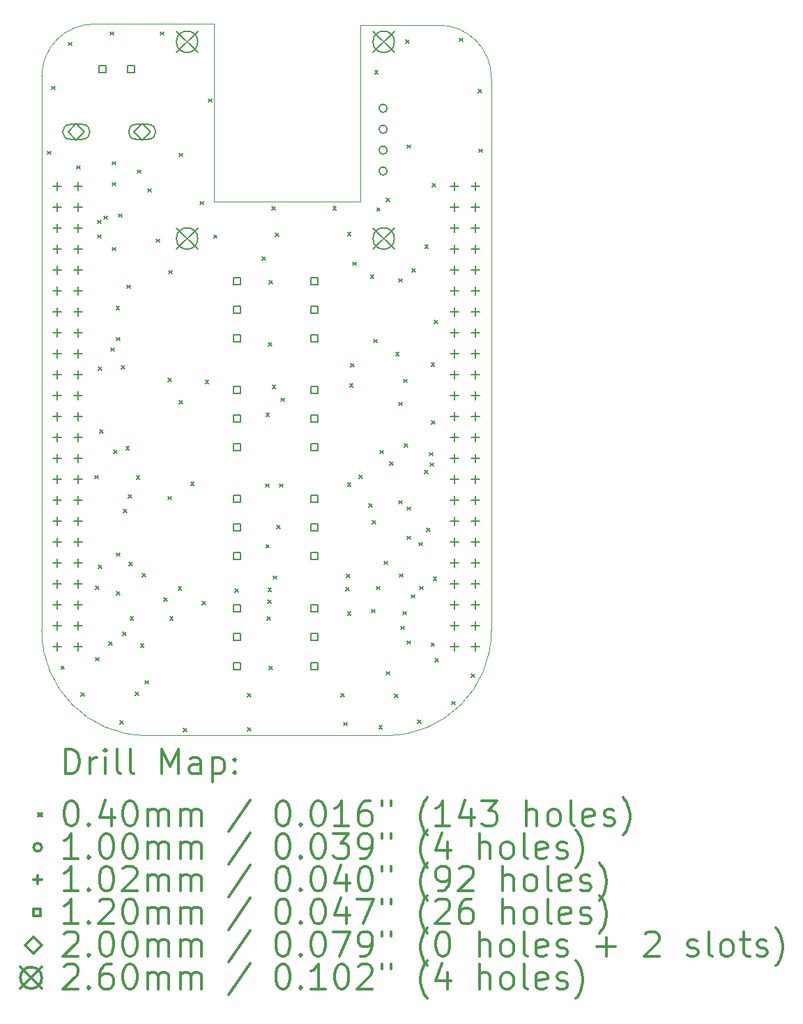
<source format=gbr>
%FSLAX45Y45*%
G04 Gerber Fmt 4.5, Leading zero omitted, Abs format (unit mm)*
G04 Created by KiCad (PCBNEW (5.1.4)-1) date 2021-10-25 09:14:46*
%MOMM*%
%LPD*%
G04 APERTURE LIST*
%ADD10C,0.002540*%
%ADD11C,0.200000*%
%ADD12C,0.300000*%
G04 APERTURE END LIST*
D10*
X16269965Y-4282440D02*
X15320010Y-4282440D01*
X16907510Y-4922520D02*
G75*
G03X16269965Y-4282440I-640085J0D01*
G01*
X12081510Y-4269740D02*
G75*
G03X11446510Y-4904740I0J-635000D01*
G01*
X13542010Y-4269740D02*
X12081510Y-4269740D01*
X11446510Y-11635740D02*
G75*
G03X12716510Y-12905740I1270000J0D01*
G01*
X15637510Y-12905740D02*
G75*
G03X16907510Y-11635740I0J1270000D01*
G01*
X13542010Y-6428740D02*
X13542010Y-4269740D01*
X15320010Y-6428740D02*
X13542010Y-6428740D01*
X15320010Y-4282440D02*
X15320010Y-6428740D01*
X16907510Y-11635740D02*
X16907510Y-4922520D01*
X12716510Y-12905740D02*
X15637510Y-12905740D01*
X11446510Y-4904740D02*
X11446510Y-11635740D01*
D11*
X11515410Y-5811840D02*
X11555410Y-5851840D01*
X11555410Y-5811840D02*
X11515410Y-5851840D01*
X11566210Y-5024440D02*
X11606210Y-5064440D01*
X11606210Y-5024440D02*
X11566210Y-5064440D01*
X11680510Y-12060240D02*
X11720510Y-12100240D01*
X11720510Y-12060240D02*
X11680510Y-12100240D01*
X11769410Y-4491040D02*
X11809410Y-4531040D01*
X11809410Y-4491040D02*
X11769410Y-4531040D01*
X11871010Y-5989640D02*
X11911010Y-6029640D01*
X11911010Y-5989640D02*
X11871010Y-6029640D01*
X11921810Y-12384090D02*
X11961810Y-12424090D01*
X11961810Y-12384090D02*
X11921810Y-12424090D01*
X12093260Y-9748840D02*
X12133260Y-9788840D01*
X12133260Y-9748840D02*
X12093260Y-9788840D01*
X12099610Y-11088690D02*
X12139610Y-11128690D01*
X12139610Y-11088690D02*
X12099610Y-11128690D01*
X12099610Y-11958640D02*
X12139610Y-11998640D01*
X12139610Y-11958640D02*
X12099610Y-11998640D01*
X12125010Y-6650040D02*
X12165010Y-6690040D01*
X12165010Y-6650040D02*
X12125010Y-6690040D01*
X12125010Y-6827840D02*
X12165010Y-6867840D01*
X12165010Y-6827840D02*
X12125010Y-6867840D01*
X12131360Y-8434390D02*
X12171360Y-8474390D01*
X12171360Y-8434390D02*
X12131360Y-8474390D01*
X12131360Y-10834690D02*
X12171360Y-10874690D01*
X12171360Y-10834690D02*
X12131360Y-10874690D01*
X12150410Y-9196390D02*
X12190410Y-9236390D01*
X12190410Y-9196390D02*
X12150410Y-9236390D01*
X12201210Y-6599240D02*
X12241210Y-6639240D01*
X12241210Y-6599240D02*
X12201210Y-6639240D01*
X12258360Y-11768140D02*
X12298360Y-11808140D01*
X12298360Y-11768140D02*
X12258360Y-11808140D01*
X12277410Y-4364040D02*
X12317410Y-4404040D01*
X12317410Y-4364040D02*
X12277410Y-4404040D01*
X12283760Y-8199440D02*
X12323760Y-8239440D01*
X12323760Y-8199440D02*
X12283760Y-8239440D01*
X12302810Y-5938840D02*
X12342810Y-5978840D01*
X12342810Y-5938840D02*
X12302810Y-5978840D01*
X12302810Y-6192840D02*
X12342810Y-6232840D01*
X12342810Y-6192840D02*
X12302810Y-6232840D01*
X12302810Y-6980240D02*
X12342810Y-7020240D01*
X12342810Y-6980240D02*
X12302810Y-7020240D01*
X12321860Y-9437690D02*
X12361860Y-9477690D01*
X12361860Y-9437690D02*
X12321860Y-9477690D01*
X12351060Y-7693990D02*
X12391060Y-7733990D01*
X12391060Y-7693990D02*
X12351060Y-7733990D01*
X12353610Y-8072440D02*
X12393610Y-8112440D01*
X12393610Y-8072440D02*
X12353610Y-8112440D01*
X12353610Y-10688640D02*
X12393610Y-10728640D01*
X12393610Y-10688640D02*
X12353610Y-10728640D01*
X12353610Y-11158540D02*
X12393610Y-11198540D01*
X12393610Y-11158540D02*
X12353610Y-11198540D01*
X12379010Y-6573840D02*
X12419010Y-6613840D01*
X12419010Y-6573840D02*
X12379010Y-6613840D01*
X12398060Y-12726990D02*
X12438060Y-12766990D01*
X12438060Y-12726990D02*
X12398060Y-12766990D01*
X12410760Y-8415340D02*
X12450760Y-8455340D01*
X12450760Y-8415340D02*
X12410760Y-8455340D01*
X12429810Y-11647490D02*
X12469810Y-11687490D01*
X12469810Y-11647490D02*
X12429810Y-11687490D01*
X12436160Y-10161590D02*
X12476160Y-10201590D01*
X12476160Y-10161590D02*
X12436160Y-10201590D01*
X12467910Y-9399590D02*
X12507910Y-9439590D01*
X12507910Y-9399590D02*
X12467910Y-9439590D01*
X12480610Y-7437440D02*
X12520610Y-7477440D01*
X12520610Y-7437440D02*
X12480610Y-7477440D01*
X12499660Y-9983790D02*
X12539660Y-10023790D01*
X12539660Y-9983790D02*
X12499660Y-10023790D01*
X12506010Y-10802940D02*
X12546010Y-10842940D01*
X12546010Y-10802940D02*
X12506010Y-10842940D01*
X12518710Y-11463340D02*
X12558710Y-11503340D01*
X12558710Y-11463340D02*
X12518710Y-11503340D01*
X12582210Y-12377740D02*
X12622210Y-12417740D01*
X12622210Y-12377740D02*
X12582210Y-12417740D01*
X12594910Y-9755190D02*
X12634910Y-9795190D01*
X12634910Y-9755190D02*
X12594910Y-9795190D01*
X12607610Y-6040440D02*
X12647610Y-6080440D01*
X12647610Y-6040440D02*
X12607610Y-6080440D01*
X12645710Y-11793540D02*
X12685710Y-11833540D01*
X12685710Y-11793540D02*
X12645710Y-11833540D01*
X12664760Y-10936290D02*
X12704760Y-10976290D01*
X12704760Y-10936290D02*
X12664760Y-10976290D01*
X12702860Y-12238040D02*
X12742860Y-12278040D01*
X12742860Y-12238040D02*
X12702860Y-12278040D01*
X12734610Y-6269040D02*
X12774610Y-6309040D01*
X12774610Y-6269040D02*
X12734610Y-6309040D01*
X12836210Y-6878640D02*
X12876210Y-6918640D01*
X12876210Y-6878640D02*
X12836210Y-6918640D01*
X12887010Y-4364040D02*
X12927010Y-4404040D01*
X12927010Y-4364040D02*
X12887010Y-4404040D01*
X12931460Y-11234740D02*
X12971460Y-11274740D01*
X12971460Y-11234740D02*
X12931460Y-11274740D01*
X12982260Y-8567740D02*
X13022260Y-8607740D01*
X13022260Y-8567740D02*
X12982260Y-8607740D01*
X12982260Y-10002840D02*
X13022260Y-10042840D01*
X13022260Y-10002840D02*
X12982260Y-10042840D01*
X12988610Y-7259640D02*
X13028610Y-7299640D01*
X13028610Y-7259640D02*
X12988610Y-7299640D01*
X13001310Y-11463340D02*
X13041310Y-11503340D01*
X13041310Y-11463340D02*
X13001310Y-11503340D01*
X13102910Y-11101390D02*
X13142910Y-11141390D01*
X13142910Y-11101390D02*
X13102910Y-11141390D01*
X13115610Y-5837240D02*
X13155610Y-5877240D01*
X13155610Y-5837240D02*
X13115610Y-5877240D01*
X13115610Y-8840790D02*
X13155610Y-8880790D01*
X13155610Y-8840790D02*
X13115610Y-8880790D01*
X13166410Y-12815890D02*
X13206410Y-12855890D01*
X13206410Y-12815890D02*
X13166410Y-12855890D01*
X13255310Y-9831390D02*
X13295310Y-9871390D01*
X13295310Y-9831390D02*
X13255310Y-9871390D01*
X13369610Y-6421440D02*
X13409610Y-6461440D01*
X13409610Y-6421440D02*
X13369610Y-6461440D01*
X13395010Y-11279190D02*
X13435010Y-11319190D01*
X13435010Y-11279190D02*
X13395010Y-11319190D01*
X13433110Y-8593140D02*
X13473110Y-8633140D01*
X13473110Y-8593140D02*
X13433110Y-8633140D01*
X13471210Y-5176840D02*
X13511210Y-5216840D01*
X13511210Y-5176840D02*
X13471210Y-5216840D01*
X13534710Y-6827840D02*
X13574710Y-6867840D01*
X13574710Y-6827840D02*
X13534710Y-6867840D01*
X13795060Y-11126790D02*
X13835060Y-11166790D01*
X13835060Y-11126790D02*
X13795060Y-11166790D01*
X13947460Y-12396790D02*
X13987460Y-12436790D01*
X13987460Y-12396790D02*
X13947460Y-12436790D01*
X13947460Y-12809540D02*
X13987460Y-12849540D01*
X13987460Y-12809540D02*
X13947460Y-12849540D01*
X14125260Y-7094540D02*
X14165260Y-7134540D01*
X14165260Y-7094540D02*
X14125260Y-7134540D01*
X14163360Y-9850440D02*
X14203360Y-9890440D01*
X14203360Y-9850440D02*
X14163360Y-9890440D01*
X14169710Y-8993190D02*
X14209710Y-9033190D01*
X14209710Y-8993190D02*
X14169710Y-9033190D01*
X14169710Y-10587040D02*
X14209710Y-10627040D01*
X14209710Y-10587040D02*
X14169710Y-10627040D01*
X14182410Y-11463340D02*
X14222410Y-11503340D01*
X14222410Y-11463340D02*
X14182410Y-11503340D01*
X14188760Y-11260140D02*
X14228760Y-11300140D01*
X14228760Y-11260140D02*
X14188760Y-11300140D01*
X14195110Y-11114090D02*
X14235110Y-11154090D01*
X14235110Y-11114090D02*
X14195110Y-11154090D01*
X14201460Y-8135940D02*
X14241460Y-8175940D01*
X14241460Y-8135940D02*
X14201460Y-8175940D01*
X14207810Y-7380290D02*
X14247810Y-7420290D01*
X14247810Y-7380290D02*
X14207810Y-7420290D01*
X14207810Y-12066590D02*
X14247810Y-12106590D01*
X14247810Y-12066590D02*
X14207810Y-12106590D01*
X14239560Y-6484940D02*
X14279560Y-6524940D01*
X14279560Y-6484940D02*
X14239560Y-6524940D01*
X14245910Y-8650290D02*
X14285910Y-8690290D01*
X14285910Y-8650290D02*
X14245910Y-8690290D01*
X14258610Y-10968040D02*
X14298610Y-11008040D01*
X14298610Y-10968040D02*
X14258610Y-11008040D01*
X14284010Y-6808790D02*
X14324010Y-6848790D01*
X14324010Y-6808790D02*
X14284010Y-6848790D01*
X14303060Y-10352090D02*
X14343060Y-10392090D01*
X14343060Y-10352090D02*
X14303060Y-10392090D01*
X14334810Y-9850440D02*
X14374810Y-9890440D01*
X14374810Y-9850440D02*
X14334810Y-9890440D01*
X14353860Y-8809040D02*
X14393860Y-8849040D01*
X14393860Y-8809040D02*
X14353860Y-8849040D01*
X14982510Y-6484940D02*
X15022510Y-6524940D01*
X15022510Y-6484940D02*
X14982510Y-6524940D01*
X15077760Y-12396790D02*
X15117760Y-12436790D01*
X15117760Y-12396790D02*
X15077760Y-12436790D01*
X15115860Y-12746040D02*
X15155860Y-12786040D01*
X15155860Y-12746040D02*
X15115860Y-12786040D01*
X15141260Y-11107740D02*
X15181260Y-11147740D01*
X15181260Y-11107740D02*
X15141260Y-11147740D01*
X15147610Y-10948990D02*
X15187610Y-10988990D01*
X15187610Y-10948990D02*
X15147610Y-10988990D01*
X15160310Y-6796090D02*
X15200310Y-6836090D01*
X15200310Y-6796090D02*
X15160310Y-6836090D01*
X15160310Y-9837740D02*
X15200310Y-9877740D01*
X15200310Y-9837740D02*
X15160310Y-9877740D01*
X15160310Y-11406190D02*
X15200310Y-11446190D01*
X15200310Y-11406190D02*
X15160310Y-11446190D01*
X15185710Y-8637590D02*
X15225710Y-8677590D01*
X15225710Y-8637590D02*
X15185710Y-8677590D01*
X15198410Y-8389940D02*
X15238410Y-8429940D01*
X15238410Y-8389940D02*
X15198410Y-8429940D01*
X15223810Y-7158040D02*
X15263810Y-7198040D01*
X15263810Y-7158040D02*
X15223810Y-7198040D01*
X15300010Y-9742490D02*
X15340010Y-9782490D01*
X15340010Y-9742490D02*
X15300010Y-9782490D01*
X15420660Y-10091740D02*
X15460660Y-10131740D01*
X15460660Y-10091740D02*
X15420660Y-10131740D01*
X15439710Y-7316790D02*
X15479710Y-7356790D01*
X15479710Y-7316790D02*
X15439710Y-7356790D01*
X15452410Y-11374440D02*
X15492410Y-11414440D01*
X15492410Y-11374440D02*
X15452410Y-11414440D01*
X15458760Y-10294940D02*
X15498760Y-10334940D01*
X15498760Y-10294940D02*
X15458760Y-10334940D01*
X15477810Y-8097840D02*
X15517810Y-8137840D01*
X15517810Y-8097840D02*
X15477810Y-8137840D01*
X15490510Y-4833940D02*
X15530510Y-4873940D01*
X15530510Y-4833940D02*
X15490510Y-4873940D01*
X15509560Y-11095040D02*
X15549560Y-11135040D01*
X15549560Y-11095040D02*
X15509560Y-11135040D01*
X15515910Y-6497640D02*
X15555910Y-6537640D01*
X15555910Y-6497640D02*
X15515910Y-6537640D01*
X15541310Y-12784140D02*
X15581310Y-12824140D01*
X15581310Y-12784140D02*
X15541310Y-12824140D01*
X15554010Y-9444040D02*
X15594010Y-9484040D01*
X15594010Y-9444040D02*
X15554010Y-9484040D01*
X15604810Y-10790240D02*
X15644810Y-10830240D01*
X15644810Y-10790240D02*
X15604810Y-10830240D01*
X15630210Y-6383340D02*
X15670210Y-6423340D01*
X15670210Y-6383340D02*
X15630210Y-6423340D01*
X15630210Y-12128541D02*
X15670210Y-12168541D01*
X15670210Y-12128541D02*
X15630210Y-12168541D01*
X15674660Y-9583740D02*
X15714660Y-9623740D01*
X15714660Y-9583740D02*
X15674660Y-9623740D01*
X15731810Y-12403140D02*
X15771810Y-12443140D01*
X15771810Y-12403140D02*
X15731810Y-12443140D01*
X15744510Y-8256590D02*
X15784510Y-8296590D01*
X15784510Y-8256590D02*
X15744510Y-8296590D01*
X15782610Y-7361240D02*
X15822610Y-7401240D01*
X15822610Y-7361240D02*
X15782610Y-7401240D01*
X15782610Y-8859840D02*
X15822610Y-8899840D01*
X15822610Y-8859840D02*
X15782610Y-8899840D01*
X15782610Y-10053640D02*
X15822610Y-10093640D01*
X15822610Y-10053640D02*
X15782610Y-10093640D01*
X15788960Y-10942640D02*
X15828960Y-10982640D01*
X15828960Y-10942640D02*
X15788960Y-10982640D01*
X15808010Y-11577640D02*
X15848010Y-11617640D01*
X15848010Y-11577640D02*
X15808010Y-11617640D01*
X15833410Y-11399840D02*
X15873410Y-11439840D01*
X15873410Y-11399840D02*
X15833410Y-11439840D01*
X15839760Y-8580440D02*
X15879760Y-8620440D01*
X15879760Y-8580440D02*
X15839760Y-8620440D01*
X15852460Y-9361490D02*
X15892460Y-9401490D01*
X15892460Y-9361490D02*
X15852460Y-9401490D01*
X15865160Y-4459290D02*
X15905160Y-4499290D01*
X15905160Y-4459290D02*
X15865160Y-4499290D01*
X15884210Y-5735640D02*
X15924210Y-5775640D01*
X15924210Y-5735640D02*
X15884210Y-5775640D01*
X15884210Y-10129840D02*
X15924210Y-10169840D01*
X15924210Y-10129840D02*
X15884210Y-10169840D01*
X15884210Y-10485440D02*
X15924210Y-10525440D01*
X15924210Y-10485440D02*
X15884210Y-10525440D01*
X15884210Y-11755440D02*
X15924210Y-11795440D01*
X15924210Y-11755440D02*
X15884210Y-11795440D01*
X15935010Y-11196640D02*
X15975010Y-11236640D01*
X15975010Y-11196640D02*
X15935010Y-11236640D01*
X15941360Y-7240590D02*
X15981360Y-7280590D01*
X15981360Y-7240590D02*
X15941360Y-7280590D01*
X16011210Y-12714290D02*
X16051210Y-12754290D01*
X16051210Y-12714290D02*
X16011210Y-12754290D01*
X16030260Y-10561640D02*
X16070260Y-10601640D01*
X16070260Y-10561640D02*
X16030260Y-10601640D01*
X16036610Y-11095040D02*
X16076610Y-11135040D01*
X16076610Y-11095040D02*
X16036610Y-11135040D01*
X16093760Y-9685340D02*
X16133760Y-9725340D01*
X16133760Y-9685340D02*
X16093760Y-9725340D01*
X16100110Y-6948490D02*
X16140110Y-6988490D01*
X16140110Y-6948490D02*
X16100110Y-6988490D01*
X16119160Y-10390190D02*
X16159160Y-10430190D01*
X16159160Y-10390190D02*
X16119160Y-10430190D01*
X16157260Y-9469440D02*
X16197260Y-9509440D01*
X16197260Y-9469440D02*
X16157260Y-9509440D01*
X16163610Y-9596440D02*
X16203610Y-9636440D01*
X16203610Y-9596440D02*
X16163610Y-9636440D01*
X16176310Y-8383590D02*
X16216310Y-8423590D01*
X16216310Y-8383590D02*
X16176310Y-8423590D01*
X16176310Y-11780840D02*
X16216310Y-11820840D01*
X16216310Y-11780840D02*
X16176310Y-11820840D01*
X16182660Y-9082090D02*
X16222660Y-9122090D01*
X16222660Y-9082090D02*
X16182660Y-9122090D01*
X16189010Y-6205540D02*
X16229010Y-6245540D01*
X16229010Y-6205540D02*
X16189010Y-6245540D01*
X16201710Y-10980740D02*
X16241710Y-11020740D01*
X16241710Y-10980740D02*
X16201710Y-11020740D01*
X16214410Y-7862890D02*
X16254410Y-7902890D01*
X16254410Y-7862890D02*
X16214410Y-7902890D01*
X16220760Y-11971340D02*
X16260760Y-12011340D01*
X16260760Y-11971340D02*
X16220760Y-12011340D01*
X16423960Y-12492040D02*
X16463960Y-12532040D01*
X16463960Y-12492040D02*
X16423960Y-12532040D01*
X16519210Y-4440240D02*
X16559210Y-4480240D01*
X16559210Y-4440240D02*
X16519210Y-4480240D01*
X16665260Y-12155490D02*
X16705260Y-12195490D01*
X16705260Y-12155490D02*
X16665260Y-12195490D01*
X16747810Y-5062540D02*
X16787810Y-5102540D01*
X16787810Y-5062540D02*
X16747810Y-5102540D01*
X16754160Y-5786440D02*
X16794160Y-5826440D01*
X16794160Y-5786440D02*
X16754160Y-5826440D01*
X15642610Y-5292040D02*
G75*
G03X15642610Y-5292040I-50000J0D01*
G01*
X15642610Y-5546040D02*
G75*
G03X15642610Y-5546040I-50000J0D01*
G01*
X15642610Y-5800040D02*
G75*
G03X15642610Y-5800040I-50000J0D01*
G01*
X15642610Y-6054040D02*
G75*
G03X15642610Y-6054040I-50000J0D01*
G01*
X11637010Y-6187440D02*
X11637010Y-6289040D01*
X11586210Y-6238240D02*
X11687810Y-6238240D01*
X11637010Y-6441440D02*
X11637010Y-6543040D01*
X11586210Y-6492240D02*
X11687810Y-6492240D01*
X11637010Y-6695440D02*
X11637010Y-6797040D01*
X11586210Y-6746240D02*
X11687810Y-6746240D01*
X11637010Y-6949440D02*
X11637010Y-7051040D01*
X11586210Y-7000240D02*
X11687810Y-7000240D01*
X11637010Y-7203440D02*
X11637010Y-7305040D01*
X11586210Y-7254240D02*
X11687810Y-7254240D01*
X11637010Y-7457440D02*
X11637010Y-7559040D01*
X11586210Y-7508240D02*
X11687810Y-7508240D01*
X11637010Y-7711440D02*
X11637010Y-7813040D01*
X11586210Y-7762240D02*
X11687810Y-7762240D01*
X11637010Y-7965440D02*
X11637010Y-8067040D01*
X11586210Y-8016240D02*
X11687810Y-8016240D01*
X11637010Y-8219440D02*
X11637010Y-8321040D01*
X11586210Y-8270240D02*
X11687810Y-8270240D01*
X11637010Y-8473440D02*
X11637010Y-8575040D01*
X11586210Y-8524240D02*
X11687810Y-8524240D01*
X11637010Y-8727440D02*
X11637010Y-8829040D01*
X11586210Y-8778240D02*
X11687810Y-8778240D01*
X11637010Y-8981440D02*
X11637010Y-9083040D01*
X11586210Y-9032240D02*
X11687810Y-9032240D01*
X11637010Y-9235440D02*
X11637010Y-9337040D01*
X11586210Y-9286240D02*
X11687810Y-9286240D01*
X11637010Y-9489440D02*
X11637010Y-9591040D01*
X11586210Y-9540240D02*
X11687810Y-9540240D01*
X11637010Y-9743440D02*
X11637010Y-9845040D01*
X11586210Y-9794240D02*
X11687810Y-9794240D01*
X11637010Y-9997440D02*
X11637010Y-10099040D01*
X11586210Y-10048240D02*
X11687810Y-10048240D01*
X11637010Y-10251440D02*
X11637010Y-10353040D01*
X11586210Y-10302240D02*
X11687810Y-10302240D01*
X11637010Y-10505440D02*
X11637010Y-10607040D01*
X11586210Y-10556240D02*
X11687810Y-10556240D01*
X11637010Y-10759440D02*
X11637010Y-10861040D01*
X11586210Y-10810240D02*
X11687810Y-10810240D01*
X11637010Y-11013440D02*
X11637010Y-11115040D01*
X11586210Y-11064240D02*
X11687810Y-11064240D01*
X11637010Y-11267440D02*
X11637010Y-11369040D01*
X11586210Y-11318240D02*
X11687810Y-11318240D01*
X11637010Y-11521440D02*
X11637010Y-11623040D01*
X11586210Y-11572240D02*
X11687810Y-11572240D01*
X11637010Y-11775440D02*
X11637010Y-11877040D01*
X11586210Y-11826240D02*
X11687810Y-11826240D01*
X11891010Y-6187440D02*
X11891010Y-6289040D01*
X11840210Y-6238240D02*
X11941810Y-6238240D01*
X11891010Y-6441440D02*
X11891010Y-6543040D01*
X11840210Y-6492240D02*
X11941810Y-6492240D01*
X11891010Y-6695440D02*
X11891010Y-6797040D01*
X11840210Y-6746240D02*
X11941810Y-6746240D01*
X11891010Y-6949440D02*
X11891010Y-7051040D01*
X11840210Y-7000240D02*
X11941810Y-7000240D01*
X11891010Y-7203440D02*
X11891010Y-7305040D01*
X11840210Y-7254240D02*
X11941810Y-7254240D01*
X11891010Y-7457440D02*
X11891010Y-7559040D01*
X11840210Y-7508240D02*
X11941810Y-7508240D01*
X11891010Y-7711440D02*
X11891010Y-7813040D01*
X11840210Y-7762240D02*
X11941810Y-7762240D01*
X11891010Y-7965440D02*
X11891010Y-8067040D01*
X11840210Y-8016240D02*
X11941810Y-8016240D01*
X11891010Y-8219440D02*
X11891010Y-8321040D01*
X11840210Y-8270240D02*
X11941810Y-8270240D01*
X11891010Y-8473440D02*
X11891010Y-8575040D01*
X11840210Y-8524240D02*
X11941810Y-8524240D01*
X11891010Y-8727440D02*
X11891010Y-8829040D01*
X11840210Y-8778240D02*
X11941810Y-8778240D01*
X11891010Y-8981440D02*
X11891010Y-9083040D01*
X11840210Y-9032240D02*
X11941810Y-9032240D01*
X11891010Y-9235440D02*
X11891010Y-9337040D01*
X11840210Y-9286240D02*
X11941810Y-9286240D01*
X11891010Y-9489440D02*
X11891010Y-9591040D01*
X11840210Y-9540240D02*
X11941810Y-9540240D01*
X11891010Y-9743440D02*
X11891010Y-9845040D01*
X11840210Y-9794240D02*
X11941810Y-9794240D01*
X11891010Y-9997440D02*
X11891010Y-10099040D01*
X11840210Y-10048240D02*
X11941810Y-10048240D01*
X11891010Y-10251440D02*
X11891010Y-10353040D01*
X11840210Y-10302240D02*
X11941810Y-10302240D01*
X11891010Y-10505440D02*
X11891010Y-10607040D01*
X11840210Y-10556240D02*
X11941810Y-10556240D01*
X11891010Y-10759440D02*
X11891010Y-10861040D01*
X11840210Y-10810240D02*
X11941810Y-10810240D01*
X11891010Y-11013440D02*
X11891010Y-11115040D01*
X11840210Y-11064240D02*
X11941810Y-11064240D01*
X11891010Y-11267440D02*
X11891010Y-11369040D01*
X11840210Y-11318240D02*
X11941810Y-11318240D01*
X11891010Y-11521440D02*
X11891010Y-11623040D01*
X11840210Y-11572240D02*
X11941810Y-11572240D01*
X11891010Y-11775440D02*
X11891010Y-11877040D01*
X11840210Y-11826240D02*
X11941810Y-11826240D01*
X16463010Y-6187440D02*
X16463010Y-6289040D01*
X16412210Y-6238240D02*
X16513810Y-6238240D01*
X16463010Y-6441440D02*
X16463010Y-6543040D01*
X16412210Y-6492240D02*
X16513810Y-6492240D01*
X16463010Y-6695440D02*
X16463010Y-6797040D01*
X16412210Y-6746240D02*
X16513810Y-6746240D01*
X16463010Y-6949440D02*
X16463010Y-7051040D01*
X16412210Y-7000240D02*
X16513810Y-7000240D01*
X16463010Y-7203440D02*
X16463010Y-7305040D01*
X16412210Y-7254240D02*
X16513810Y-7254240D01*
X16463010Y-7457440D02*
X16463010Y-7559040D01*
X16412210Y-7508240D02*
X16513810Y-7508240D01*
X16463010Y-7711440D02*
X16463010Y-7813040D01*
X16412210Y-7762240D02*
X16513810Y-7762240D01*
X16463010Y-7965440D02*
X16463010Y-8067040D01*
X16412210Y-8016240D02*
X16513810Y-8016240D01*
X16463010Y-8219440D02*
X16463010Y-8321040D01*
X16412210Y-8270240D02*
X16513810Y-8270240D01*
X16463010Y-8473440D02*
X16463010Y-8575040D01*
X16412210Y-8524240D02*
X16513810Y-8524240D01*
X16463010Y-8727440D02*
X16463010Y-8829040D01*
X16412210Y-8778240D02*
X16513810Y-8778240D01*
X16463010Y-8981440D02*
X16463010Y-9083040D01*
X16412210Y-9032240D02*
X16513810Y-9032240D01*
X16463010Y-9235440D02*
X16463010Y-9337040D01*
X16412210Y-9286240D02*
X16513810Y-9286240D01*
X16463010Y-9489440D02*
X16463010Y-9591040D01*
X16412210Y-9540240D02*
X16513810Y-9540240D01*
X16463010Y-9743440D02*
X16463010Y-9845040D01*
X16412210Y-9794240D02*
X16513810Y-9794240D01*
X16463010Y-9997440D02*
X16463010Y-10099040D01*
X16412210Y-10048240D02*
X16513810Y-10048240D01*
X16463010Y-10251440D02*
X16463010Y-10353040D01*
X16412210Y-10302240D02*
X16513810Y-10302240D01*
X16463010Y-10505440D02*
X16463010Y-10607040D01*
X16412210Y-10556240D02*
X16513810Y-10556240D01*
X16463010Y-10759440D02*
X16463010Y-10861040D01*
X16412210Y-10810240D02*
X16513810Y-10810240D01*
X16463010Y-11013440D02*
X16463010Y-11115040D01*
X16412210Y-11064240D02*
X16513810Y-11064240D01*
X16463010Y-11267440D02*
X16463010Y-11369040D01*
X16412210Y-11318240D02*
X16513810Y-11318240D01*
X16463010Y-11521440D02*
X16463010Y-11623040D01*
X16412210Y-11572240D02*
X16513810Y-11572240D01*
X16463010Y-11775440D02*
X16463010Y-11877040D01*
X16412210Y-11826240D02*
X16513810Y-11826240D01*
X16717010Y-6187440D02*
X16717010Y-6289040D01*
X16666210Y-6238240D02*
X16767810Y-6238240D01*
X16717010Y-6441440D02*
X16717010Y-6543040D01*
X16666210Y-6492240D02*
X16767810Y-6492240D01*
X16717010Y-6695440D02*
X16717010Y-6797040D01*
X16666210Y-6746240D02*
X16767810Y-6746240D01*
X16717010Y-6949440D02*
X16717010Y-7051040D01*
X16666210Y-7000240D02*
X16767810Y-7000240D01*
X16717010Y-7203440D02*
X16717010Y-7305040D01*
X16666210Y-7254240D02*
X16767810Y-7254240D01*
X16717010Y-7457440D02*
X16717010Y-7559040D01*
X16666210Y-7508240D02*
X16767810Y-7508240D01*
X16717010Y-7711440D02*
X16717010Y-7813040D01*
X16666210Y-7762240D02*
X16767810Y-7762240D01*
X16717010Y-7965440D02*
X16717010Y-8067040D01*
X16666210Y-8016240D02*
X16767810Y-8016240D01*
X16717010Y-8219440D02*
X16717010Y-8321040D01*
X16666210Y-8270240D02*
X16767810Y-8270240D01*
X16717010Y-8473440D02*
X16717010Y-8575040D01*
X16666210Y-8524240D02*
X16767810Y-8524240D01*
X16717010Y-8727440D02*
X16717010Y-8829040D01*
X16666210Y-8778240D02*
X16767810Y-8778240D01*
X16717010Y-8981440D02*
X16717010Y-9083040D01*
X16666210Y-9032240D02*
X16767810Y-9032240D01*
X16717010Y-9235440D02*
X16717010Y-9337040D01*
X16666210Y-9286240D02*
X16767810Y-9286240D01*
X16717010Y-9489440D02*
X16717010Y-9591040D01*
X16666210Y-9540240D02*
X16767810Y-9540240D01*
X16717010Y-9743440D02*
X16717010Y-9845040D01*
X16666210Y-9794240D02*
X16767810Y-9794240D01*
X16717010Y-9997440D02*
X16717010Y-10099040D01*
X16666210Y-10048240D02*
X16767810Y-10048240D01*
X16717010Y-10251440D02*
X16717010Y-10353040D01*
X16666210Y-10302240D02*
X16767810Y-10302240D01*
X16717010Y-10505440D02*
X16717010Y-10607040D01*
X16666210Y-10556240D02*
X16767810Y-10556240D01*
X16717010Y-10759440D02*
X16717010Y-10861040D01*
X16666210Y-10810240D02*
X16767810Y-10810240D01*
X16717010Y-11013440D02*
X16717010Y-11115040D01*
X16666210Y-11064240D02*
X16767810Y-11064240D01*
X16717010Y-11267440D02*
X16717010Y-11369040D01*
X16666210Y-11318240D02*
X16767810Y-11318240D01*
X16717010Y-11521440D02*
X16717010Y-11623040D01*
X16666210Y-11572240D02*
X16767810Y-11572240D01*
X16717010Y-11775440D02*
X16717010Y-11877040D01*
X16666210Y-11826240D02*
X16767810Y-11826240D01*
X14803637Y-8750067D02*
X14803637Y-8665213D01*
X14718783Y-8665213D01*
X14718783Y-8750067D01*
X14803637Y-8750067D01*
X14803637Y-9100067D02*
X14803637Y-9015213D01*
X14718783Y-9015213D01*
X14718783Y-9100067D01*
X14803637Y-9100067D01*
X14803637Y-9450067D02*
X14803637Y-9365213D01*
X14718783Y-9365213D01*
X14718783Y-9450067D01*
X14803637Y-9450067D01*
X13863837Y-7429267D02*
X13863837Y-7344413D01*
X13778983Y-7344413D01*
X13778983Y-7429267D01*
X13863837Y-7429267D01*
X13863837Y-7779267D02*
X13863837Y-7694413D01*
X13778983Y-7694413D01*
X13778983Y-7779267D01*
X13863837Y-7779267D01*
X13863837Y-8129267D02*
X13863837Y-8044413D01*
X13778983Y-8044413D01*
X13778983Y-8129267D01*
X13863837Y-8129267D01*
X14803637Y-10070867D02*
X14803637Y-9986013D01*
X14718783Y-9986013D01*
X14718783Y-10070867D01*
X14803637Y-10070867D01*
X14803637Y-10420867D02*
X14803637Y-10336013D01*
X14718783Y-10336013D01*
X14718783Y-10420867D01*
X14803637Y-10420867D01*
X14803637Y-10770867D02*
X14803637Y-10686013D01*
X14718783Y-10686013D01*
X14718783Y-10770867D01*
X14803637Y-10770867D01*
X14803637Y-7429267D02*
X14803637Y-7344413D01*
X14718783Y-7344413D01*
X14718783Y-7429267D01*
X14803637Y-7429267D01*
X14803637Y-7779267D02*
X14803637Y-7694413D01*
X14718783Y-7694413D01*
X14718783Y-7779267D01*
X14803637Y-7779267D01*
X14803637Y-8129267D02*
X14803637Y-8044413D01*
X14718783Y-8044413D01*
X14718783Y-8129267D01*
X14803637Y-8129267D01*
X13863837Y-10070867D02*
X13863837Y-9986013D01*
X13778983Y-9986013D01*
X13778983Y-10070867D01*
X13863837Y-10070867D01*
X13863837Y-10420867D02*
X13863837Y-10336013D01*
X13778983Y-10336013D01*
X13778983Y-10420867D01*
X13863837Y-10420867D01*
X13863837Y-10770867D02*
X13863837Y-10686013D01*
X13778983Y-10686013D01*
X13778983Y-10770867D01*
X13863837Y-10770867D01*
X12224787Y-4858267D02*
X12224787Y-4773413D01*
X12139933Y-4773413D01*
X12139933Y-4858267D01*
X12224787Y-4858267D01*
X12574787Y-4858267D02*
X12574787Y-4773413D01*
X12489933Y-4773413D01*
X12489933Y-4858267D01*
X12574787Y-4858267D01*
X13863837Y-8749317D02*
X13863837Y-8664463D01*
X13778983Y-8664463D01*
X13778983Y-8749317D01*
X13863837Y-8749317D01*
X13863837Y-9099317D02*
X13863837Y-9014463D01*
X13778983Y-9014463D01*
X13778983Y-9099317D01*
X13863837Y-9099317D01*
X13863837Y-9449317D02*
X13863837Y-9364463D01*
X13778983Y-9364463D01*
X13778983Y-9449317D01*
X13863837Y-9449317D01*
X13863837Y-11404367D02*
X13863837Y-11319513D01*
X13778983Y-11319513D01*
X13778983Y-11404367D01*
X13863837Y-11404367D01*
X13863837Y-11754367D02*
X13863837Y-11669513D01*
X13778983Y-11669513D01*
X13778983Y-11754367D01*
X13863837Y-11754367D01*
X13863837Y-12104367D02*
X13863837Y-12019513D01*
X13778983Y-12019513D01*
X13778983Y-12104367D01*
X13863837Y-12104367D01*
X14803637Y-11404367D02*
X14803637Y-11319513D01*
X14718783Y-11319513D01*
X14718783Y-11404367D01*
X14803637Y-11404367D01*
X14803637Y-11754367D02*
X14803637Y-11669513D01*
X14718783Y-11669513D01*
X14718783Y-11754367D01*
X14803637Y-11754367D01*
X14803637Y-12104367D02*
X14803637Y-12019513D01*
X14718783Y-12019513D01*
X14718783Y-12104367D01*
X14803637Y-12104367D01*
X11865610Y-5677840D02*
X11965610Y-5577840D01*
X11865610Y-5477840D01*
X11765610Y-5577840D01*
X11865610Y-5677840D01*
X11790610Y-5667840D02*
X11940610Y-5667840D01*
X11790610Y-5487840D02*
X11940610Y-5487840D01*
X11940610Y-5667840D02*
G75*
G03X11940610Y-5487840I0J90000D01*
G01*
X11790610Y-5487840D02*
G75*
G03X11790610Y-5667840I0J-90000D01*
G01*
X12665610Y-5677840D02*
X12765610Y-5577840D01*
X12665610Y-5477840D01*
X12565610Y-5577840D01*
X12665610Y-5677840D01*
X12590610Y-5667840D02*
X12740610Y-5667840D01*
X12590610Y-5487840D02*
X12740610Y-5487840D01*
X12740610Y-5667840D02*
G75*
G03X12740610Y-5487840I0J90000D01*
G01*
X12590610Y-5487840D02*
G75*
G03X12590610Y-5667840I0J-90000D01*
G01*
X13081810Y-4355640D02*
X13341810Y-4615640D01*
X13341810Y-4355640D02*
X13081810Y-4615640D01*
X13341810Y-4485640D02*
G75*
G03X13341810Y-4485640I-130000J0D01*
G01*
X13081810Y-6743240D02*
X13341810Y-7003240D01*
X13341810Y-6743240D02*
X13081810Y-7003240D01*
X13341810Y-6873240D02*
G75*
G03X13341810Y-6873240I-130000J0D01*
G01*
X15469410Y-4355640D02*
X15729410Y-4615640D01*
X15729410Y-4355640D02*
X15469410Y-4615640D01*
X15729410Y-4485640D02*
G75*
G03X15729410Y-4485640I-130000J0D01*
G01*
X15469410Y-6743240D02*
X15729410Y-7003240D01*
X15729410Y-6743240D02*
X15469410Y-7003240D01*
X15729410Y-6873240D02*
G75*
G03X15729410Y-6873240I-130000J0D01*
G01*
D12*
X11732811Y-13371581D02*
X11732811Y-13071581D01*
X11804240Y-13071581D01*
X11847097Y-13085867D01*
X11875669Y-13114438D01*
X11889954Y-13143010D01*
X11904240Y-13200153D01*
X11904240Y-13243010D01*
X11889954Y-13300153D01*
X11875669Y-13328724D01*
X11847097Y-13357296D01*
X11804240Y-13371581D01*
X11732811Y-13371581D01*
X12032811Y-13371581D02*
X12032811Y-13171581D01*
X12032811Y-13228724D02*
X12047097Y-13200153D01*
X12061383Y-13185867D01*
X12089954Y-13171581D01*
X12118526Y-13171581D01*
X12218526Y-13371581D02*
X12218526Y-13171581D01*
X12218526Y-13071581D02*
X12204240Y-13085867D01*
X12218526Y-13100153D01*
X12232811Y-13085867D01*
X12218526Y-13071581D01*
X12218526Y-13100153D01*
X12404240Y-13371581D02*
X12375669Y-13357296D01*
X12361383Y-13328724D01*
X12361383Y-13071581D01*
X12561383Y-13371581D02*
X12532811Y-13357296D01*
X12518526Y-13328724D01*
X12518526Y-13071581D01*
X12904240Y-13371581D02*
X12904240Y-13071581D01*
X13004240Y-13285867D01*
X13104240Y-13071581D01*
X13104240Y-13371581D01*
X13375669Y-13371581D02*
X13375669Y-13214438D01*
X13361383Y-13185867D01*
X13332811Y-13171581D01*
X13275669Y-13171581D01*
X13247097Y-13185867D01*
X13375669Y-13357296D02*
X13347097Y-13371581D01*
X13275669Y-13371581D01*
X13247097Y-13357296D01*
X13232811Y-13328724D01*
X13232811Y-13300153D01*
X13247097Y-13271581D01*
X13275669Y-13257296D01*
X13347097Y-13257296D01*
X13375669Y-13243010D01*
X13518526Y-13171581D02*
X13518526Y-13471581D01*
X13518526Y-13185867D02*
X13547097Y-13171581D01*
X13604240Y-13171581D01*
X13632811Y-13185867D01*
X13647097Y-13200153D01*
X13661383Y-13228724D01*
X13661383Y-13314438D01*
X13647097Y-13343010D01*
X13632811Y-13357296D01*
X13604240Y-13371581D01*
X13547097Y-13371581D01*
X13518526Y-13357296D01*
X13789954Y-13343010D02*
X13804240Y-13357296D01*
X13789954Y-13371581D01*
X13775669Y-13357296D01*
X13789954Y-13343010D01*
X13789954Y-13371581D01*
X13789954Y-13185867D02*
X13804240Y-13200153D01*
X13789954Y-13214438D01*
X13775669Y-13200153D01*
X13789954Y-13185867D01*
X13789954Y-13214438D01*
X11406383Y-13845867D02*
X11446383Y-13885867D01*
X11446383Y-13845867D02*
X11406383Y-13885867D01*
X11789954Y-13701581D02*
X11818526Y-13701581D01*
X11847097Y-13715867D01*
X11861383Y-13730153D01*
X11875669Y-13758724D01*
X11889954Y-13815867D01*
X11889954Y-13887296D01*
X11875669Y-13944438D01*
X11861383Y-13973010D01*
X11847097Y-13987296D01*
X11818526Y-14001581D01*
X11789954Y-14001581D01*
X11761383Y-13987296D01*
X11747097Y-13973010D01*
X11732811Y-13944438D01*
X11718526Y-13887296D01*
X11718526Y-13815867D01*
X11732811Y-13758724D01*
X11747097Y-13730153D01*
X11761383Y-13715867D01*
X11789954Y-13701581D01*
X12018526Y-13973010D02*
X12032811Y-13987296D01*
X12018526Y-14001581D01*
X12004240Y-13987296D01*
X12018526Y-13973010D01*
X12018526Y-14001581D01*
X12289954Y-13801581D02*
X12289954Y-14001581D01*
X12218526Y-13687296D02*
X12147097Y-13901581D01*
X12332811Y-13901581D01*
X12504240Y-13701581D02*
X12532811Y-13701581D01*
X12561383Y-13715867D01*
X12575669Y-13730153D01*
X12589954Y-13758724D01*
X12604240Y-13815867D01*
X12604240Y-13887296D01*
X12589954Y-13944438D01*
X12575669Y-13973010D01*
X12561383Y-13987296D01*
X12532811Y-14001581D01*
X12504240Y-14001581D01*
X12475669Y-13987296D01*
X12461383Y-13973010D01*
X12447097Y-13944438D01*
X12432811Y-13887296D01*
X12432811Y-13815867D01*
X12447097Y-13758724D01*
X12461383Y-13730153D01*
X12475669Y-13715867D01*
X12504240Y-13701581D01*
X12732811Y-14001581D02*
X12732811Y-13801581D01*
X12732811Y-13830153D02*
X12747097Y-13815867D01*
X12775669Y-13801581D01*
X12818526Y-13801581D01*
X12847097Y-13815867D01*
X12861383Y-13844438D01*
X12861383Y-14001581D01*
X12861383Y-13844438D02*
X12875669Y-13815867D01*
X12904240Y-13801581D01*
X12947097Y-13801581D01*
X12975669Y-13815867D01*
X12989954Y-13844438D01*
X12989954Y-14001581D01*
X13132811Y-14001581D02*
X13132811Y-13801581D01*
X13132811Y-13830153D02*
X13147097Y-13815867D01*
X13175669Y-13801581D01*
X13218526Y-13801581D01*
X13247097Y-13815867D01*
X13261383Y-13844438D01*
X13261383Y-14001581D01*
X13261383Y-13844438D02*
X13275669Y-13815867D01*
X13304240Y-13801581D01*
X13347097Y-13801581D01*
X13375669Y-13815867D01*
X13389954Y-13844438D01*
X13389954Y-14001581D01*
X13975669Y-13687296D02*
X13718526Y-14073010D01*
X14361383Y-13701581D02*
X14389954Y-13701581D01*
X14418526Y-13715867D01*
X14432811Y-13730153D01*
X14447097Y-13758724D01*
X14461383Y-13815867D01*
X14461383Y-13887296D01*
X14447097Y-13944438D01*
X14432811Y-13973010D01*
X14418526Y-13987296D01*
X14389954Y-14001581D01*
X14361383Y-14001581D01*
X14332811Y-13987296D01*
X14318526Y-13973010D01*
X14304240Y-13944438D01*
X14289954Y-13887296D01*
X14289954Y-13815867D01*
X14304240Y-13758724D01*
X14318526Y-13730153D01*
X14332811Y-13715867D01*
X14361383Y-13701581D01*
X14589954Y-13973010D02*
X14604240Y-13987296D01*
X14589954Y-14001581D01*
X14575669Y-13987296D01*
X14589954Y-13973010D01*
X14589954Y-14001581D01*
X14789954Y-13701581D02*
X14818526Y-13701581D01*
X14847097Y-13715867D01*
X14861383Y-13730153D01*
X14875669Y-13758724D01*
X14889954Y-13815867D01*
X14889954Y-13887296D01*
X14875669Y-13944438D01*
X14861383Y-13973010D01*
X14847097Y-13987296D01*
X14818526Y-14001581D01*
X14789954Y-14001581D01*
X14761383Y-13987296D01*
X14747097Y-13973010D01*
X14732811Y-13944438D01*
X14718526Y-13887296D01*
X14718526Y-13815867D01*
X14732811Y-13758724D01*
X14747097Y-13730153D01*
X14761383Y-13715867D01*
X14789954Y-13701581D01*
X15175669Y-14001581D02*
X15004240Y-14001581D01*
X15089954Y-14001581D02*
X15089954Y-13701581D01*
X15061383Y-13744438D01*
X15032811Y-13773010D01*
X15004240Y-13787296D01*
X15432811Y-13701581D02*
X15375669Y-13701581D01*
X15347097Y-13715867D01*
X15332811Y-13730153D01*
X15304240Y-13773010D01*
X15289954Y-13830153D01*
X15289954Y-13944438D01*
X15304240Y-13973010D01*
X15318526Y-13987296D01*
X15347097Y-14001581D01*
X15404240Y-14001581D01*
X15432811Y-13987296D01*
X15447097Y-13973010D01*
X15461383Y-13944438D01*
X15461383Y-13873010D01*
X15447097Y-13844438D01*
X15432811Y-13830153D01*
X15404240Y-13815867D01*
X15347097Y-13815867D01*
X15318526Y-13830153D01*
X15304240Y-13844438D01*
X15289954Y-13873010D01*
X15575669Y-13701581D02*
X15575669Y-13758724D01*
X15689954Y-13701581D02*
X15689954Y-13758724D01*
X16132811Y-14115867D02*
X16118526Y-14101581D01*
X16089954Y-14058724D01*
X16075669Y-14030153D01*
X16061383Y-13987296D01*
X16047097Y-13915867D01*
X16047097Y-13858724D01*
X16061383Y-13787296D01*
X16075669Y-13744438D01*
X16089954Y-13715867D01*
X16118526Y-13673010D01*
X16132811Y-13658724D01*
X16404240Y-14001581D02*
X16232811Y-14001581D01*
X16318526Y-14001581D02*
X16318526Y-13701581D01*
X16289954Y-13744438D01*
X16261383Y-13773010D01*
X16232811Y-13787296D01*
X16661383Y-13801581D02*
X16661383Y-14001581D01*
X16589954Y-13687296D02*
X16518526Y-13901581D01*
X16704240Y-13901581D01*
X16789954Y-13701581D02*
X16975669Y-13701581D01*
X16875669Y-13815867D01*
X16918526Y-13815867D01*
X16947097Y-13830153D01*
X16961383Y-13844438D01*
X16975669Y-13873010D01*
X16975669Y-13944438D01*
X16961383Y-13973010D01*
X16947097Y-13987296D01*
X16918526Y-14001581D01*
X16832811Y-14001581D01*
X16804240Y-13987296D01*
X16789954Y-13973010D01*
X17332811Y-14001581D02*
X17332811Y-13701581D01*
X17461383Y-14001581D02*
X17461383Y-13844438D01*
X17447097Y-13815867D01*
X17418526Y-13801581D01*
X17375669Y-13801581D01*
X17347097Y-13815867D01*
X17332811Y-13830153D01*
X17647097Y-14001581D02*
X17618526Y-13987296D01*
X17604240Y-13973010D01*
X17589954Y-13944438D01*
X17589954Y-13858724D01*
X17604240Y-13830153D01*
X17618526Y-13815867D01*
X17647097Y-13801581D01*
X17689954Y-13801581D01*
X17718526Y-13815867D01*
X17732811Y-13830153D01*
X17747097Y-13858724D01*
X17747097Y-13944438D01*
X17732811Y-13973010D01*
X17718526Y-13987296D01*
X17689954Y-14001581D01*
X17647097Y-14001581D01*
X17918526Y-14001581D02*
X17889954Y-13987296D01*
X17875669Y-13958724D01*
X17875669Y-13701581D01*
X18147097Y-13987296D02*
X18118526Y-14001581D01*
X18061383Y-14001581D01*
X18032811Y-13987296D01*
X18018526Y-13958724D01*
X18018526Y-13844438D01*
X18032811Y-13815867D01*
X18061383Y-13801581D01*
X18118526Y-13801581D01*
X18147097Y-13815867D01*
X18161383Y-13844438D01*
X18161383Y-13873010D01*
X18018526Y-13901581D01*
X18275669Y-13987296D02*
X18304240Y-14001581D01*
X18361383Y-14001581D01*
X18389954Y-13987296D01*
X18404240Y-13958724D01*
X18404240Y-13944438D01*
X18389954Y-13915867D01*
X18361383Y-13901581D01*
X18318526Y-13901581D01*
X18289954Y-13887296D01*
X18275669Y-13858724D01*
X18275669Y-13844438D01*
X18289954Y-13815867D01*
X18318526Y-13801581D01*
X18361383Y-13801581D01*
X18389954Y-13815867D01*
X18504240Y-14115867D02*
X18518526Y-14101581D01*
X18547097Y-14058724D01*
X18561383Y-14030153D01*
X18575669Y-13987296D01*
X18589954Y-13915867D01*
X18589954Y-13858724D01*
X18575669Y-13787296D01*
X18561383Y-13744438D01*
X18547097Y-13715867D01*
X18518526Y-13673010D01*
X18504240Y-13658724D01*
X11446383Y-14261867D02*
G75*
G03X11446383Y-14261867I-50000J0D01*
G01*
X11889954Y-14397581D02*
X11718526Y-14397581D01*
X11804240Y-14397581D02*
X11804240Y-14097581D01*
X11775669Y-14140438D01*
X11747097Y-14169010D01*
X11718526Y-14183296D01*
X12018526Y-14369010D02*
X12032811Y-14383296D01*
X12018526Y-14397581D01*
X12004240Y-14383296D01*
X12018526Y-14369010D01*
X12018526Y-14397581D01*
X12218526Y-14097581D02*
X12247097Y-14097581D01*
X12275669Y-14111867D01*
X12289954Y-14126153D01*
X12304240Y-14154724D01*
X12318526Y-14211867D01*
X12318526Y-14283296D01*
X12304240Y-14340438D01*
X12289954Y-14369010D01*
X12275669Y-14383296D01*
X12247097Y-14397581D01*
X12218526Y-14397581D01*
X12189954Y-14383296D01*
X12175669Y-14369010D01*
X12161383Y-14340438D01*
X12147097Y-14283296D01*
X12147097Y-14211867D01*
X12161383Y-14154724D01*
X12175669Y-14126153D01*
X12189954Y-14111867D01*
X12218526Y-14097581D01*
X12504240Y-14097581D02*
X12532811Y-14097581D01*
X12561383Y-14111867D01*
X12575669Y-14126153D01*
X12589954Y-14154724D01*
X12604240Y-14211867D01*
X12604240Y-14283296D01*
X12589954Y-14340438D01*
X12575669Y-14369010D01*
X12561383Y-14383296D01*
X12532811Y-14397581D01*
X12504240Y-14397581D01*
X12475669Y-14383296D01*
X12461383Y-14369010D01*
X12447097Y-14340438D01*
X12432811Y-14283296D01*
X12432811Y-14211867D01*
X12447097Y-14154724D01*
X12461383Y-14126153D01*
X12475669Y-14111867D01*
X12504240Y-14097581D01*
X12732811Y-14397581D02*
X12732811Y-14197581D01*
X12732811Y-14226153D02*
X12747097Y-14211867D01*
X12775669Y-14197581D01*
X12818526Y-14197581D01*
X12847097Y-14211867D01*
X12861383Y-14240438D01*
X12861383Y-14397581D01*
X12861383Y-14240438D02*
X12875669Y-14211867D01*
X12904240Y-14197581D01*
X12947097Y-14197581D01*
X12975669Y-14211867D01*
X12989954Y-14240438D01*
X12989954Y-14397581D01*
X13132811Y-14397581D02*
X13132811Y-14197581D01*
X13132811Y-14226153D02*
X13147097Y-14211867D01*
X13175669Y-14197581D01*
X13218526Y-14197581D01*
X13247097Y-14211867D01*
X13261383Y-14240438D01*
X13261383Y-14397581D01*
X13261383Y-14240438D02*
X13275669Y-14211867D01*
X13304240Y-14197581D01*
X13347097Y-14197581D01*
X13375669Y-14211867D01*
X13389954Y-14240438D01*
X13389954Y-14397581D01*
X13975669Y-14083296D02*
X13718526Y-14469010D01*
X14361383Y-14097581D02*
X14389954Y-14097581D01*
X14418526Y-14111867D01*
X14432811Y-14126153D01*
X14447097Y-14154724D01*
X14461383Y-14211867D01*
X14461383Y-14283296D01*
X14447097Y-14340438D01*
X14432811Y-14369010D01*
X14418526Y-14383296D01*
X14389954Y-14397581D01*
X14361383Y-14397581D01*
X14332811Y-14383296D01*
X14318526Y-14369010D01*
X14304240Y-14340438D01*
X14289954Y-14283296D01*
X14289954Y-14211867D01*
X14304240Y-14154724D01*
X14318526Y-14126153D01*
X14332811Y-14111867D01*
X14361383Y-14097581D01*
X14589954Y-14369010D02*
X14604240Y-14383296D01*
X14589954Y-14397581D01*
X14575669Y-14383296D01*
X14589954Y-14369010D01*
X14589954Y-14397581D01*
X14789954Y-14097581D02*
X14818526Y-14097581D01*
X14847097Y-14111867D01*
X14861383Y-14126153D01*
X14875669Y-14154724D01*
X14889954Y-14211867D01*
X14889954Y-14283296D01*
X14875669Y-14340438D01*
X14861383Y-14369010D01*
X14847097Y-14383296D01*
X14818526Y-14397581D01*
X14789954Y-14397581D01*
X14761383Y-14383296D01*
X14747097Y-14369010D01*
X14732811Y-14340438D01*
X14718526Y-14283296D01*
X14718526Y-14211867D01*
X14732811Y-14154724D01*
X14747097Y-14126153D01*
X14761383Y-14111867D01*
X14789954Y-14097581D01*
X14989954Y-14097581D02*
X15175669Y-14097581D01*
X15075669Y-14211867D01*
X15118526Y-14211867D01*
X15147097Y-14226153D01*
X15161383Y-14240438D01*
X15175669Y-14269010D01*
X15175669Y-14340438D01*
X15161383Y-14369010D01*
X15147097Y-14383296D01*
X15118526Y-14397581D01*
X15032811Y-14397581D01*
X15004240Y-14383296D01*
X14989954Y-14369010D01*
X15318526Y-14397581D02*
X15375669Y-14397581D01*
X15404240Y-14383296D01*
X15418526Y-14369010D01*
X15447097Y-14326153D01*
X15461383Y-14269010D01*
X15461383Y-14154724D01*
X15447097Y-14126153D01*
X15432811Y-14111867D01*
X15404240Y-14097581D01*
X15347097Y-14097581D01*
X15318526Y-14111867D01*
X15304240Y-14126153D01*
X15289954Y-14154724D01*
X15289954Y-14226153D01*
X15304240Y-14254724D01*
X15318526Y-14269010D01*
X15347097Y-14283296D01*
X15404240Y-14283296D01*
X15432811Y-14269010D01*
X15447097Y-14254724D01*
X15461383Y-14226153D01*
X15575669Y-14097581D02*
X15575669Y-14154724D01*
X15689954Y-14097581D02*
X15689954Y-14154724D01*
X16132811Y-14511867D02*
X16118526Y-14497581D01*
X16089954Y-14454724D01*
X16075669Y-14426153D01*
X16061383Y-14383296D01*
X16047097Y-14311867D01*
X16047097Y-14254724D01*
X16061383Y-14183296D01*
X16075669Y-14140438D01*
X16089954Y-14111867D01*
X16118526Y-14069010D01*
X16132811Y-14054724D01*
X16375669Y-14197581D02*
X16375669Y-14397581D01*
X16304240Y-14083296D02*
X16232811Y-14297581D01*
X16418526Y-14297581D01*
X16761383Y-14397581D02*
X16761383Y-14097581D01*
X16889954Y-14397581D02*
X16889954Y-14240438D01*
X16875669Y-14211867D01*
X16847097Y-14197581D01*
X16804240Y-14197581D01*
X16775669Y-14211867D01*
X16761383Y-14226153D01*
X17075669Y-14397581D02*
X17047097Y-14383296D01*
X17032811Y-14369010D01*
X17018526Y-14340438D01*
X17018526Y-14254724D01*
X17032811Y-14226153D01*
X17047097Y-14211867D01*
X17075669Y-14197581D01*
X17118526Y-14197581D01*
X17147097Y-14211867D01*
X17161383Y-14226153D01*
X17175669Y-14254724D01*
X17175669Y-14340438D01*
X17161383Y-14369010D01*
X17147097Y-14383296D01*
X17118526Y-14397581D01*
X17075669Y-14397581D01*
X17347097Y-14397581D02*
X17318526Y-14383296D01*
X17304240Y-14354724D01*
X17304240Y-14097581D01*
X17575669Y-14383296D02*
X17547097Y-14397581D01*
X17489954Y-14397581D01*
X17461383Y-14383296D01*
X17447097Y-14354724D01*
X17447097Y-14240438D01*
X17461383Y-14211867D01*
X17489954Y-14197581D01*
X17547097Y-14197581D01*
X17575669Y-14211867D01*
X17589954Y-14240438D01*
X17589954Y-14269010D01*
X17447097Y-14297581D01*
X17704240Y-14383296D02*
X17732811Y-14397581D01*
X17789954Y-14397581D01*
X17818526Y-14383296D01*
X17832811Y-14354724D01*
X17832811Y-14340438D01*
X17818526Y-14311867D01*
X17789954Y-14297581D01*
X17747097Y-14297581D01*
X17718526Y-14283296D01*
X17704240Y-14254724D01*
X17704240Y-14240438D01*
X17718526Y-14211867D01*
X17747097Y-14197581D01*
X17789954Y-14197581D01*
X17818526Y-14211867D01*
X17932811Y-14511867D02*
X17947097Y-14497581D01*
X17975669Y-14454724D01*
X17989954Y-14426153D01*
X18004240Y-14383296D01*
X18018526Y-14311867D01*
X18018526Y-14254724D01*
X18004240Y-14183296D01*
X17989954Y-14140438D01*
X17975669Y-14111867D01*
X17947097Y-14069010D01*
X17932811Y-14054724D01*
X11395583Y-14607067D02*
X11395583Y-14708667D01*
X11344783Y-14657867D02*
X11446383Y-14657867D01*
X11889954Y-14793581D02*
X11718526Y-14793581D01*
X11804240Y-14793581D02*
X11804240Y-14493581D01*
X11775669Y-14536438D01*
X11747097Y-14565010D01*
X11718526Y-14579296D01*
X12018526Y-14765010D02*
X12032811Y-14779296D01*
X12018526Y-14793581D01*
X12004240Y-14779296D01*
X12018526Y-14765010D01*
X12018526Y-14793581D01*
X12218526Y-14493581D02*
X12247097Y-14493581D01*
X12275669Y-14507867D01*
X12289954Y-14522153D01*
X12304240Y-14550724D01*
X12318526Y-14607867D01*
X12318526Y-14679296D01*
X12304240Y-14736438D01*
X12289954Y-14765010D01*
X12275669Y-14779296D01*
X12247097Y-14793581D01*
X12218526Y-14793581D01*
X12189954Y-14779296D01*
X12175669Y-14765010D01*
X12161383Y-14736438D01*
X12147097Y-14679296D01*
X12147097Y-14607867D01*
X12161383Y-14550724D01*
X12175669Y-14522153D01*
X12189954Y-14507867D01*
X12218526Y-14493581D01*
X12432811Y-14522153D02*
X12447097Y-14507867D01*
X12475669Y-14493581D01*
X12547097Y-14493581D01*
X12575669Y-14507867D01*
X12589954Y-14522153D01*
X12604240Y-14550724D01*
X12604240Y-14579296D01*
X12589954Y-14622153D01*
X12418526Y-14793581D01*
X12604240Y-14793581D01*
X12732811Y-14793581D02*
X12732811Y-14593581D01*
X12732811Y-14622153D02*
X12747097Y-14607867D01*
X12775669Y-14593581D01*
X12818526Y-14593581D01*
X12847097Y-14607867D01*
X12861383Y-14636438D01*
X12861383Y-14793581D01*
X12861383Y-14636438D02*
X12875669Y-14607867D01*
X12904240Y-14593581D01*
X12947097Y-14593581D01*
X12975669Y-14607867D01*
X12989954Y-14636438D01*
X12989954Y-14793581D01*
X13132811Y-14793581D02*
X13132811Y-14593581D01*
X13132811Y-14622153D02*
X13147097Y-14607867D01*
X13175669Y-14593581D01*
X13218526Y-14593581D01*
X13247097Y-14607867D01*
X13261383Y-14636438D01*
X13261383Y-14793581D01*
X13261383Y-14636438D02*
X13275669Y-14607867D01*
X13304240Y-14593581D01*
X13347097Y-14593581D01*
X13375669Y-14607867D01*
X13389954Y-14636438D01*
X13389954Y-14793581D01*
X13975669Y-14479296D02*
X13718526Y-14865010D01*
X14361383Y-14493581D02*
X14389954Y-14493581D01*
X14418526Y-14507867D01*
X14432811Y-14522153D01*
X14447097Y-14550724D01*
X14461383Y-14607867D01*
X14461383Y-14679296D01*
X14447097Y-14736438D01*
X14432811Y-14765010D01*
X14418526Y-14779296D01*
X14389954Y-14793581D01*
X14361383Y-14793581D01*
X14332811Y-14779296D01*
X14318526Y-14765010D01*
X14304240Y-14736438D01*
X14289954Y-14679296D01*
X14289954Y-14607867D01*
X14304240Y-14550724D01*
X14318526Y-14522153D01*
X14332811Y-14507867D01*
X14361383Y-14493581D01*
X14589954Y-14765010D02*
X14604240Y-14779296D01*
X14589954Y-14793581D01*
X14575669Y-14779296D01*
X14589954Y-14765010D01*
X14589954Y-14793581D01*
X14789954Y-14493581D02*
X14818526Y-14493581D01*
X14847097Y-14507867D01*
X14861383Y-14522153D01*
X14875669Y-14550724D01*
X14889954Y-14607867D01*
X14889954Y-14679296D01*
X14875669Y-14736438D01*
X14861383Y-14765010D01*
X14847097Y-14779296D01*
X14818526Y-14793581D01*
X14789954Y-14793581D01*
X14761383Y-14779296D01*
X14747097Y-14765010D01*
X14732811Y-14736438D01*
X14718526Y-14679296D01*
X14718526Y-14607867D01*
X14732811Y-14550724D01*
X14747097Y-14522153D01*
X14761383Y-14507867D01*
X14789954Y-14493581D01*
X15147097Y-14593581D02*
X15147097Y-14793581D01*
X15075669Y-14479296D02*
X15004240Y-14693581D01*
X15189954Y-14693581D01*
X15361383Y-14493581D02*
X15389954Y-14493581D01*
X15418526Y-14507867D01*
X15432811Y-14522153D01*
X15447097Y-14550724D01*
X15461383Y-14607867D01*
X15461383Y-14679296D01*
X15447097Y-14736438D01*
X15432811Y-14765010D01*
X15418526Y-14779296D01*
X15389954Y-14793581D01*
X15361383Y-14793581D01*
X15332811Y-14779296D01*
X15318526Y-14765010D01*
X15304240Y-14736438D01*
X15289954Y-14679296D01*
X15289954Y-14607867D01*
X15304240Y-14550724D01*
X15318526Y-14522153D01*
X15332811Y-14507867D01*
X15361383Y-14493581D01*
X15575669Y-14493581D02*
X15575669Y-14550724D01*
X15689954Y-14493581D02*
X15689954Y-14550724D01*
X16132811Y-14907867D02*
X16118526Y-14893581D01*
X16089954Y-14850724D01*
X16075669Y-14822153D01*
X16061383Y-14779296D01*
X16047097Y-14707867D01*
X16047097Y-14650724D01*
X16061383Y-14579296D01*
X16075669Y-14536438D01*
X16089954Y-14507867D01*
X16118526Y-14465010D01*
X16132811Y-14450724D01*
X16261383Y-14793581D02*
X16318526Y-14793581D01*
X16347097Y-14779296D01*
X16361383Y-14765010D01*
X16389954Y-14722153D01*
X16404240Y-14665010D01*
X16404240Y-14550724D01*
X16389954Y-14522153D01*
X16375669Y-14507867D01*
X16347097Y-14493581D01*
X16289954Y-14493581D01*
X16261383Y-14507867D01*
X16247097Y-14522153D01*
X16232811Y-14550724D01*
X16232811Y-14622153D01*
X16247097Y-14650724D01*
X16261383Y-14665010D01*
X16289954Y-14679296D01*
X16347097Y-14679296D01*
X16375669Y-14665010D01*
X16389954Y-14650724D01*
X16404240Y-14622153D01*
X16518526Y-14522153D02*
X16532811Y-14507867D01*
X16561383Y-14493581D01*
X16632811Y-14493581D01*
X16661383Y-14507867D01*
X16675669Y-14522153D01*
X16689954Y-14550724D01*
X16689954Y-14579296D01*
X16675669Y-14622153D01*
X16504240Y-14793581D01*
X16689954Y-14793581D01*
X17047097Y-14793581D02*
X17047097Y-14493581D01*
X17175669Y-14793581D02*
X17175669Y-14636438D01*
X17161383Y-14607867D01*
X17132811Y-14593581D01*
X17089954Y-14593581D01*
X17061383Y-14607867D01*
X17047097Y-14622153D01*
X17361383Y-14793581D02*
X17332811Y-14779296D01*
X17318526Y-14765010D01*
X17304240Y-14736438D01*
X17304240Y-14650724D01*
X17318526Y-14622153D01*
X17332811Y-14607867D01*
X17361383Y-14593581D01*
X17404240Y-14593581D01*
X17432811Y-14607867D01*
X17447097Y-14622153D01*
X17461383Y-14650724D01*
X17461383Y-14736438D01*
X17447097Y-14765010D01*
X17432811Y-14779296D01*
X17404240Y-14793581D01*
X17361383Y-14793581D01*
X17632811Y-14793581D02*
X17604240Y-14779296D01*
X17589954Y-14750724D01*
X17589954Y-14493581D01*
X17861383Y-14779296D02*
X17832811Y-14793581D01*
X17775669Y-14793581D01*
X17747097Y-14779296D01*
X17732811Y-14750724D01*
X17732811Y-14636438D01*
X17747097Y-14607867D01*
X17775669Y-14593581D01*
X17832811Y-14593581D01*
X17861383Y-14607867D01*
X17875669Y-14636438D01*
X17875669Y-14665010D01*
X17732811Y-14693581D01*
X17989954Y-14779296D02*
X18018526Y-14793581D01*
X18075669Y-14793581D01*
X18104240Y-14779296D01*
X18118526Y-14750724D01*
X18118526Y-14736438D01*
X18104240Y-14707867D01*
X18075669Y-14693581D01*
X18032811Y-14693581D01*
X18004240Y-14679296D01*
X17989954Y-14650724D01*
X17989954Y-14636438D01*
X18004240Y-14607867D01*
X18032811Y-14593581D01*
X18075669Y-14593581D01*
X18104240Y-14607867D01*
X18218526Y-14907867D02*
X18232811Y-14893581D01*
X18261383Y-14850724D01*
X18275669Y-14822153D01*
X18289954Y-14779296D01*
X18304240Y-14707867D01*
X18304240Y-14650724D01*
X18289954Y-14579296D01*
X18275669Y-14536438D01*
X18261383Y-14507867D01*
X18232811Y-14465010D01*
X18218526Y-14450724D01*
X11428810Y-15096294D02*
X11428810Y-15011440D01*
X11343956Y-15011440D01*
X11343956Y-15096294D01*
X11428810Y-15096294D01*
X11889954Y-15189581D02*
X11718526Y-15189581D01*
X11804240Y-15189581D02*
X11804240Y-14889581D01*
X11775669Y-14932438D01*
X11747097Y-14961010D01*
X11718526Y-14975296D01*
X12018526Y-15161010D02*
X12032811Y-15175296D01*
X12018526Y-15189581D01*
X12004240Y-15175296D01*
X12018526Y-15161010D01*
X12018526Y-15189581D01*
X12147097Y-14918153D02*
X12161383Y-14903867D01*
X12189954Y-14889581D01*
X12261383Y-14889581D01*
X12289954Y-14903867D01*
X12304240Y-14918153D01*
X12318526Y-14946724D01*
X12318526Y-14975296D01*
X12304240Y-15018153D01*
X12132811Y-15189581D01*
X12318526Y-15189581D01*
X12504240Y-14889581D02*
X12532811Y-14889581D01*
X12561383Y-14903867D01*
X12575669Y-14918153D01*
X12589954Y-14946724D01*
X12604240Y-15003867D01*
X12604240Y-15075296D01*
X12589954Y-15132438D01*
X12575669Y-15161010D01*
X12561383Y-15175296D01*
X12532811Y-15189581D01*
X12504240Y-15189581D01*
X12475669Y-15175296D01*
X12461383Y-15161010D01*
X12447097Y-15132438D01*
X12432811Y-15075296D01*
X12432811Y-15003867D01*
X12447097Y-14946724D01*
X12461383Y-14918153D01*
X12475669Y-14903867D01*
X12504240Y-14889581D01*
X12732811Y-15189581D02*
X12732811Y-14989581D01*
X12732811Y-15018153D02*
X12747097Y-15003867D01*
X12775669Y-14989581D01*
X12818526Y-14989581D01*
X12847097Y-15003867D01*
X12861383Y-15032438D01*
X12861383Y-15189581D01*
X12861383Y-15032438D02*
X12875669Y-15003867D01*
X12904240Y-14989581D01*
X12947097Y-14989581D01*
X12975669Y-15003867D01*
X12989954Y-15032438D01*
X12989954Y-15189581D01*
X13132811Y-15189581D02*
X13132811Y-14989581D01*
X13132811Y-15018153D02*
X13147097Y-15003867D01*
X13175669Y-14989581D01*
X13218526Y-14989581D01*
X13247097Y-15003867D01*
X13261383Y-15032438D01*
X13261383Y-15189581D01*
X13261383Y-15032438D02*
X13275669Y-15003867D01*
X13304240Y-14989581D01*
X13347097Y-14989581D01*
X13375669Y-15003867D01*
X13389954Y-15032438D01*
X13389954Y-15189581D01*
X13975669Y-14875296D02*
X13718526Y-15261010D01*
X14361383Y-14889581D02*
X14389954Y-14889581D01*
X14418526Y-14903867D01*
X14432811Y-14918153D01*
X14447097Y-14946724D01*
X14461383Y-15003867D01*
X14461383Y-15075296D01*
X14447097Y-15132438D01*
X14432811Y-15161010D01*
X14418526Y-15175296D01*
X14389954Y-15189581D01*
X14361383Y-15189581D01*
X14332811Y-15175296D01*
X14318526Y-15161010D01*
X14304240Y-15132438D01*
X14289954Y-15075296D01*
X14289954Y-15003867D01*
X14304240Y-14946724D01*
X14318526Y-14918153D01*
X14332811Y-14903867D01*
X14361383Y-14889581D01*
X14589954Y-15161010D02*
X14604240Y-15175296D01*
X14589954Y-15189581D01*
X14575669Y-15175296D01*
X14589954Y-15161010D01*
X14589954Y-15189581D01*
X14789954Y-14889581D02*
X14818526Y-14889581D01*
X14847097Y-14903867D01*
X14861383Y-14918153D01*
X14875669Y-14946724D01*
X14889954Y-15003867D01*
X14889954Y-15075296D01*
X14875669Y-15132438D01*
X14861383Y-15161010D01*
X14847097Y-15175296D01*
X14818526Y-15189581D01*
X14789954Y-15189581D01*
X14761383Y-15175296D01*
X14747097Y-15161010D01*
X14732811Y-15132438D01*
X14718526Y-15075296D01*
X14718526Y-15003867D01*
X14732811Y-14946724D01*
X14747097Y-14918153D01*
X14761383Y-14903867D01*
X14789954Y-14889581D01*
X15147097Y-14989581D02*
X15147097Y-15189581D01*
X15075669Y-14875296D02*
X15004240Y-15089581D01*
X15189954Y-15089581D01*
X15275669Y-14889581D02*
X15475669Y-14889581D01*
X15347097Y-15189581D01*
X15575669Y-14889581D02*
X15575669Y-14946724D01*
X15689954Y-14889581D02*
X15689954Y-14946724D01*
X16132811Y-15303867D02*
X16118526Y-15289581D01*
X16089954Y-15246724D01*
X16075669Y-15218153D01*
X16061383Y-15175296D01*
X16047097Y-15103867D01*
X16047097Y-15046724D01*
X16061383Y-14975296D01*
X16075669Y-14932438D01*
X16089954Y-14903867D01*
X16118526Y-14861010D01*
X16132811Y-14846724D01*
X16232811Y-14918153D02*
X16247097Y-14903867D01*
X16275669Y-14889581D01*
X16347097Y-14889581D01*
X16375669Y-14903867D01*
X16389954Y-14918153D01*
X16404240Y-14946724D01*
X16404240Y-14975296D01*
X16389954Y-15018153D01*
X16218526Y-15189581D01*
X16404240Y-15189581D01*
X16661383Y-14889581D02*
X16604240Y-14889581D01*
X16575669Y-14903867D01*
X16561383Y-14918153D01*
X16532811Y-14961010D01*
X16518526Y-15018153D01*
X16518526Y-15132438D01*
X16532811Y-15161010D01*
X16547097Y-15175296D01*
X16575669Y-15189581D01*
X16632811Y-15189581D01*
X16661383Y-15175296D01*
X16675669Y-15161010D01*
X16689954Y-15132438D01*
X16689954Y-15061010D01*
X16675669Y-15032438D01*
X16661383Y-15018153D01*
X16632811Y-15003867D01*
X16575669Y-15003867D01*
X16547097Y-15018153D01*
X16532811Y-15032438D01*
X16518526Y-15061010D01*
X17047097Y-15189581D02*
X17047097Y-14889581D01*
X17175669Y-15189581D02*
X17175669Y-15032438D01*
X17161383Y-15003867D01*
X17132811Y-14989581D01*
X17089954Y-14989581D01*
X17061383Y-15003867D01*
X17047097Y-15018153D01*
X17361383Y-15189581D02*
X17332811Y-15175296D01*
X17318526Y-15161010D01*
X17304240Y-15132438D01*
X17304240Y-15046724D01*
X17318526Y-15018153D01*
X17332811Y-15003867D01*
X17361383Y-14989581D01*
X17404240Y-14989581D01*
X17432811Y-15003867D01*
X17447097Y-15018153D01*
X17461383Y-15046724D01*
X17461383Y-15132438D01*
X17447097Y-15161010D01*
X17432811Y-15175296D01*
X17404240Y-15189581D01*
X17361383Y-15189581D01*
X17632811Y-15189581D02*
X17604240Y-15175296D01*
X17589954Y-15146724D01*
X17589954Y-14889581D01*
X17861383Y-15175296D02*
X17832811Y-15189581D01*
X17775669Y-15189581D01*
X17747097Y-15175296D01*
X17732811Y-15146724D01*
X17732811Y-15032438D01*
X17747097Y-15003867D01*
X17775669Y-14989581D01*
X17832811Y-14989581D01*
X17861383Y-15003867D01*
X17875669Y-15032438D01*
X17875669Y-15061010D01*
X17732811Y-15089581D01*
X17989954Y-15175296D02*
X18018526Y-15189581D01*
X18075669Y-15189581D01*
X18104240Y-15175296D01*
X18118526Y-15146724D01*
X18118526Y-15132438D01*
X18104240Y-15103867D01*
X18075669Y-15089581D01*
X18032811Y-15089581D01*
X18004240Y-15075296D01*
X17989954Y-15046724D01*
X17989954Y-15032438D01*
X18004240Y-15003867D01*
X18032811Y-14989581D01*
X18075669Y-14989581D01*
X18104240Y-15003867D01*
X18218526Y-15303867D02*
X18232811Y-15289581D01*
X18261383Y-15246724D01*
X18275669Y-15218153D01*
X18289954Y-15175296D01*
X18304240Y-15103867D01*
X18304240Y-15046724D01*
X18289954Y-14975296D01*
X18275669Y-14932438D01*
X18261383Y-14903867D01*
X18232811Y-14861010D01*
X18218526Y-14846724D01*
X11346383Y-15549867D02*
X11446383Y-15449867D01*
X11346383Y-15349867D01*
X11246383Y-15449867D01*
X11346383Y-15549867D01*
X11718526Y-15314153D02*
X11732811Y-15299867D01*
X11761383Y-15285581D01*
X11832811Y-15285581D01*
X11861383Y-15299867D01*
X11875669Y-15314153D01*
X11889954Y-15342724D01*
X11889954Y-15371296D01*
X11875669Y-15414153D01*
X11704240Y-15585581D01*
X11889954Y-15585581D01*
X12018526Y-15557010D02*
X12032811Y-15571296D01*
X12018526Y-15585581D01*
X12004240Y-15571296D01*
X12018526Y-15557010D01*
X12018526Y-15585581D01*
X12218526Y-15285581D02*
X12247097Y-15285581D01*
X12275669Y-15299867D01*
X12289954Y-15314153D01*
X12304240Y-15342724D01*
X12318526Y-15399867D01*
X12318526Y-15471296D01*
X12304240Y-15528438D01*
X12289954Y-15557010D01*
X12275669Y-15571296D01*
X12247097Y-15585581D01*
X12218526Y-15585581D01*
X12189954Y-15571296D01*
X12175669Y-15557010D01*
X12161383Y-15528438D01*
X12147097Y-15471296D01*
X12147097Y-15399867D01*
X12161383Y-15342724D01*
X12175669Y-15314153D01*
X12189954Y-15299867D01*
X12218526Y-15285581D01*
X12504240Y-15285581D02*
X12532811Y-15285581D01*
X12561383Y-15299867D01*
X12575669Y-15314153D01*
X12589954Y-15342724D01*
X12604240Y-15399867D01*
X12604240Y-15471296D01*
X12589954Y-15528438D01*
X12575669Y-15557010D01*
X12561383Y-15571296D01*
X12532811Y-15585581D01*
X12504240Y-15585581D01*
X12475669Y-15571296D01*
X12461383Y-15557010D01*
X12447097Y-15528438D01*
X12432811Y-15471296D01*
X12432811Y-15399867D01*
X12447097Y-15342724D01*
X12461383Y-15314153D01*
X12475669Y-15299867D01*
X12504240Y-15285581D01*
X12732811Y-15585581D02*
X12732811Y-15385581D01*
X12732811Y-15414153D02*
X12747097Y-15399867D01*
X12775669Y-15385581D01*
X12818526Y-15385581D01*
X12847097Y-15399867D01*
X12861383Y-15428438D01*
X12861383Y-15585581D01*
X12861383Y-15428438D02*
X12875669Y-15399867D01*
X12904240Y-15385581D01*
X12947097Y-15385581D01*
X12975669Y-15399867D01*
X12989954Y-15428438D01*
X12989954Y-15585581D01*
X13132811Y-15585581D02*
X13132811Y-15385581D01*
X13132811Y-15414153D02*
X13147097Y-15399867D01*
X13175669Y-15385581D01*
X13218526Y-15385581D01*
X13247097Y-15399867D01*
X13261383Y-15428438D01*
X13261383Y-15585581D01*
X13261383Y-15428438D02*
X13275669Y-15399867D01*
X13304240Y-15385581D01*
X13347097Y-15385581D01*
X13375669Y-15399867D01*
X13389954Y-15428438D01*
X13389954Y-15585581D01*
X13975669Y-15271296D02*
X13718526Y-15657010D01*
X14361383Y-15285581D02*
X14389954Y-15285581D01*
X14418526Y-15299867D01*
X14432811Y-15314153D01*
X14447097Y-15342724D01*
X14461383Y-15399867D01*
X14461383Y-15471296D01*
X14447097Y-15528438D01*
X14432811Y-15557010D01*
X14418526Y-15571296D01*
X14389954Y-15585581D01*
X14361383Y-15585581D01*
X14332811Y-15571296D01*
X14318526Y-15557010D01*
X14304240Y-15528438D01*
X14289954Y-15471296D01*
X14289954Y-15399867D01*
X14304240Y-15342724D01*
X14318526Y-15314153D01*
X14332811Y-15299867D01*
X14361383Y-15285581D01*
X14589954Y-15557010D02*
X14604240Y-15571296D01*
X14589954Y-15585581D01*
X14575669Y-15571296D01*
X14589954Y-15557010D01*
X14589954Y-15585581D01*
X14789954Y-15285581D02*
X14818526Y-15285581D01*
X14847097Y-15299867D01*
X14861383Y-15314153D01*
X14875669Y-15342724D01*
X14889954Y-15399867D01*
X14889954Y-15471296D01*
X14875669Y-15528438D01*
X14861383Y-15557010D01*
X14847097Y-15571296D01*
X14818526Y-15585581D01*
X14789954Y-15585581D01*
X14761383Y-15571296D01*
X14747097Y-15557010D01*
X14732811Y-15528438D01*
X14718526Y-15471296D01*
X14718526Y-15399867D01*
X14732811Y-15342724D01*
X14747097Y-15314153D01*
X14761383Y-15299867D01*
X14789954Y-15285581D01*
X14989954Y-15285581D02*
X15189954Y-15285581D01*
X15061383Y-15585581D01*
X15318526Y-15585581D02*
X15375669Y-15585581D01*
X15404240Y-15571296D01*
X15418526Y-15557010D01*
X15447097Y-15514153D01*
X15461383Y-15457010D01*
X15461383Y-15342724D01*
X15447097Y-15314153D01*
X15432811Y-15299867D01*
X15404240Y-15285581D01*
X15347097Y-15285581D01*
X15318526Y-15299867D01*
X15304240Y-15314153D01*
X15289954Y-15342724D01*
X15289954Y-15414153D01*
X15304240Y-15442724D01*
X15318526Y-15457010D01*
X15347097Y-15471296D01*
X15404240Y-15471296D01*
X15432811Y-15457010D01*
X15447097Y-15442724D01*
X15461383Y-15414153D01*
X15575669Y-15285581D02*
X15575669Y-15342724D01*
X15689954Y-15285581D02*
X15689954Y-15342724D01*
X16132811Y-15699867D02*
X16118526Y-15685581D01*
X16089954Y-15642724D01*
X16075669Y-15614153D01*
X16061383Y-15571296D01*
X16047097Y-15499867D01*
X16047097Y-15442724D01*
X16061383Y-15371296D01*
X16075669Y-15328438D01*
X16089954Y-15299867D01*
X16118526Y-15257010D01*
X16132811Y-15242724D01*
X16304240Y-15285581D02*
X16332811Y-15285581D01*
X16361383Y-15299867D01*
X16375669Y-15314153D01*
X16389954Y-15342724D01*
X16404240Y-15399867D01*
X16404240Y-15471296D01*
X16389954Y-15528438D01*
X16375669Y-15557010D01*
X16361383Y-15571296D01*
X16332811Y-15585581D01*
X16304240Y-15585581D01*
X16275669Y-15571296D01*
X16261383Y-15557010D01*
X16247097Y-15528438D01*
X16232811Y-15471296D01*
X16232811Y-15399867D01*
X16247097Y-15342724D01*
X16261383Y-15314153D01*
X16275669Y-15299867D01*
X16304240Y-15285581D01*
X16761383Y-15585581D02*
X16761383Y-15285581D01*
X16889954Y-15585581D02*
X16889954Y-15428438D01*
X16875669Y-15399867D01*
X16847097Y-15385581D01*
X16804240Y-15385581D01*
X16775669Y-15399867D01*
X16761383Y-15414153D01*
X17075669Y-15585581D02*
X17047097Y-15571296D01*
X17032811Y-15557010D01*
X17018526Y-15528438D01*
X17018526Y-15442724D01*
X17032811Y-15414153D01*
X17047097Y-15399867D01*
X17075669Y-15385581D01*
X17118526Y-15385581D01*
X17147097Y-15399867D01*
X17161383Y-15414153D01*
X17175669Y-15442724D01*
X17175669Y-15528438D01*
X17161383Y-15557010D01*
X17147097Y-15571296D01*
X17118526Y-15585581D01*
X17075669Y-15585581D01*
X17347097Y-15585581D02*
X17318526Y-15571296D01*
X17304240Y-15542724D01*
X17304240Y-15285581D01*
X17575669Y-15571296D02*
X17547097Y-15585581D01*
X17489954Y-15585581D01*
X17461383Y-15571296D01*
X17447097Y-15542724D01*
X17447097Y-15428438D01*
X17461383Y-15399867D01*
X17489954Y-15385581D01*
X17547097Y-15385581D01*
X17575669Y-15399867D01*
X17589954Y-15428438D01*
X17589954Y-15457010D01*
X17447097Y-15485581D01*
X17704240Y-15571296D02*
X17732811Y-15585581D01*
X17789954Y-15585581D01*
X17818526Y-15571296D01*
X17832811Y-15542724D01*
X17832811Y-15528438D01*
X17818526Y-15499867D01*
X17789954Y-15485581D01*
X17747097Y-15485581D01*
X17718526Y-15471296D01*
X17704240Y-15442724D01*
X17704240Y-15428438D01*
X17718526Y-15399867D01*
X17747097Y-15385581D01*
X17789954Y-15385581D01*
X17818526Y-15399867D01*
X18189954Y-15471296D02*
X18418526Y-15471296D01*
X18304240Y-15585581D02*
X18304240Y-15357010D01*
X18775669Y-15314153D02*
X18789954Y-15299867D01*
X18818526Y-15285581D01*
X18889954Y-15285581D01*
X18918526Y-15299867D01*
X18932811Y-15314153D01*
X18947097Y-15342724D01*
X18947097Y-15371296D01*
X18932811Y-15414153D01*
X18761383Y-15585581D01*
X18947097Y-15585581D01*
X19289954Y-15571296D02*
X19318526Y-15585581D01*
X19375669Y-15585581D01*
X19404240Y-15571296D01*
X19418526Y-15542724D01*
X19418526Y-15528438D01*
X19404240Y-15499867D01*
X19375669Y-15485581D01*
X19332811Y-15485581D01*
X19304240Y-15471296D01*
X19289954Y-15442724D01*
X19289954Y-15428438D01*
X19304240Y-15399867D01*
X19332811Y-15385581D01*
X19375669Y-15385581D01*
X19404240Y-15399867D01*
X19589954Y-15585581D02*
X19561383Y-15571296D01*
X19547097Y-15542724D01*
X19547097Y-15285581D01*
X19747097Y-15585581D02*
X19718526Y-15571296D01*
X19704240Y-15557010D01*
X19689954Y-15528438D01*
X19689954Y-15442724D01*
X19704240Y-15414153D01*
X19718526Y-15399867D01*
X19747097Y-15385581D01*
X19789954Y-15385581D01*
X19818526Y-15399867D01*
X19832811Y-15414153D01*
X19847097Y-15442724D01*
X19847097Y-15528438D01*
X19832811Y-15557010D01*
X19818526Y-15571296D01*
X19789954Y-15585581D01*
X19747097Y-15585581D01*
X19932811Y-15385581D02*
X20047097Y-15385581D01*
X19975669Y-15285581D02*
X19975669Y-15542724D01*
X19989954Y-15571296D01*
X20018526Y-15585581D01*
X20047097Y-15585581D01*
X20132811Y-15571296D02*
X20161383Y-15585581D01*
X20218526Y-15585581D01*
X20247097Y-15571296D01*
X20261383Y-15542724D01*
X20261383Y-15528438D01*
X20247097Y-15499867D01*
X20218526Y-15485581D01*
X20175669Y-15485581D01*
X20147097Y-15471296D01*
X20132811Y-15442724D01*
X20132811Y-15428438D01*
X20147097Y-15399867D01*
X20175669Y-15385581D01*
X20218526Y-15385581D01*
X20247097Y-15399867D01*
X20361383Y-15699867D02*
X20375669Y-15685581D01*
X20404240Y-15642724D01*
X20418526Y-15614153D01*
X20432811Y-15571296D01*
X20447097Y-15499867D01*
X20447097Y-15442724D01*
X20432811Y-15371296D01*
X20418526Y-15328438D01*
X20404240Y-15299867D01*
X20375669Y-15257010D01*
X20361383Y-15242724D01*
X11186383Y-15715867D02*
X11446383Y-15975867D01*
X11446383Y-15715867D02*
X11186383Y-15975867D01*
X11446383Y-15845867D02*
G75*
G03X11446383Y-15845867I-130000J0D01*
G01*
X11718526Y-15710153D02*
X11732811Y-15695867D01*
X11761383Y-15681581D01*
X11832811Y-15681581D01*
X11861383Y-15695867D01*
X11875669Y-15710153D01*
X11889954Y-15738724D01*
X11889954Y-15767296D01*
X11875669Y-15810153D01*
X11704240Y-15981581D01*
X11889954Y-15981581D01*
X12018526Y-15953010D02*
X12032811Y-15967296D01*
X12018526Y-15981581D01*
X12004240Y-15967296D01*
X12018526Y-15953010D01*
X12018526Y-15981581D01*
X12289954Y-15681581D02*
X12232811Y-15681581D01*
X12204240Y-15695867D01*
X12189954Y-15710153D01*
X12161383Y-15753010D01*
X12147097Y-15810153D01*
X12147097Y-15924438D01*
X12161383Y-15953010D01*
X12175669Y-15967296D01*
X12204240Y-15981581D01*
X12261383Y-15981581D01*
X12289954Y-15967296D01*
X12304240Y-15953010D01*
X12318526Y-15924438D01*
X12318526Y-15853010D01*
X12304240Y-15824438D01*
X12289954Y-15810153D01*
X12261383Y-15795867D01*
X12204240Y-15795867D01*
X12175669Y-15810153D01*
X12161383Y-15824438D01*
X12147097Y-15853010D01*
X12504240Y-15681581D02*
X12532811Y-15681581D01*
X12561383Y-15695867D01*
X12575669Y-15710153D01*
X12589954Y-15738724D01*
X12604240Y-15795867D01*
X12604240Y-15867296D01*
X12589954Y-15924438D01*
X12575669Y-15953010D01*
X12561383Y-15967296D01*
X12532811Y-15981581D01*
X12504240Y-15981581D01*
X12475669Y-15967296D01*
X12461383Y-15953010D01*
X12447097Y-15924438D01*
X12432811Y-15867296D01*
X12432811Y-15795867D01*
X12447097Y-15738724D01*
X12461383Y-15710153D01*
X12475669Y-15695867D01*
X12504240Y-15681581D01*
X12732811Y-15981581D02*
X12732811Y-15781581D01*
X12732811Y-15810153D02*
X12747097Y-15795867D01*
X12775669Y-15781581D01*
X12818526Y-15781581D01*
X12847097Y-15795867D01*
X12861383Y-15824438D01*
X12861383Y-15981581D01*
X12861383Y-15824438D02*
X12875669Y-15795867D01*
X12904240Y-15781581D01*
X12947097Y-15781581D01*
X12975669Y-15795867D01*
X12989954Y-15824438D01*
X12989954Y-15981581D01*
X13132811Y-15981581D02*
X13132811Y-15781581D01*
X13132811Y-15810153D02*
X13147097Y-15795867D01*
X13175669Y-15781581D01*
X13218526Y-15781581D01*
X13247097Y-15795867D01*
X13261383Y-15824438D01*
X13261383Y-15981581D01*
X13261383Y-15824438D02*
X13275669Y-15795867D01*
X13304240Y-15781581D01*
X13347097Y-15781581D01*
X13375669Y-15795867D01*
X13389954Y-15824438D01*
X13389954Y-15981581D01*
X13975669Y-15667296D02*
X13718526Y-16053010D01*
X14361383Y-15681581D02*
X14389954Y-15681581D01*
X14418526Y-15695867D01*
X14432811Y-15710153D01*
X14447097Y-15738724D01*
X14461383Y-15795867D01*
X14461383Y-15867296D01*
X14447097Y-15924438D01*
X14432811Y-15953010D01*
X14418526Y-15967296D01*
X14389954Y-15981581D01*
X14361383Y-15981581D01*
X14332811Y-15967296D01*
X14318526Y-15953010D01*
X14304240Y-15924438D01*
X14289954Y-15867296D01*
X14289954Y-15795867D01*
X14304240Y-15738724D01*
X14318526Y-15710153D01*
X14332811Y-15695867D01*
X14361383Y-15681581D01*
X14589954Y-15953010D02*
X14604240Y-15967296D01*
X14589954Y-15981581D01*
X14575669Y-15967296D01*
X14589954Y-15953010D01*
X14589954Y-15981581D01*
X14889954Y-15981581D02*
X14718526Y-15981581D01*
X14804240Y-15981581D02*
X14804240Y-15681581D01*
X14775669Y-15724438D01*
X14747097Y-15753010D01*
X14718526Y-15767296D01*
X15075669Y-15681581D02*
X15104240Y-15681581D01*
X15132811Y-15695867D01*
X15147097Y-15710153D01*
X15161383Y-15738724D01*
X15175669Y-15795867D01*
X15175669Y-15867296D01*
X15161383Y-15924438D01*
X15147097Y-15953010D01*
X15132811Y-15967296D01*
X15104240Y-15981581D01*
X15075669Y-15981581D01*
X15047097Y-15967296D01*
X15032811Y-15953010D01*
X15018526Y-15924438D01*
X15004240Y-15867296D01*
X15004240Y-15795867D01*
X15018526Y-15738724D01*
X15032811Y-15710153D01*
X15047097Y-15695867D01*
X15075669Y-15681581D01*
X15289954Y-15710153D02*
X15304240Y-15695867D01*
X15332811Y-15681581D01*
X15404240Y-15681581D01*
X15432811Y-15695867D01*
X15447097Y-15710153D01*
X15461383Y-15738724D01*
X15461383Y-15767296D01*
X15447097Y-15810153D01*
X15275669Y-15981581D01*
X15461383Y-15981581D01*
X15575669Y-15681581D02*
X15575669Y-15738724D01*
X15689954Y-15681581D02*
X15689954Y-15738724D01*
X16132811Y-16095867D02*
X16118526Y-16081581D01*
X16089954Y-16038724D01*
X16075669Y-16010153D01*
X16061383Y-15967296D01*
X16047097Y-15895867D01*
X16047097Y-15838724D01*
X16061383Y-15767296D01*
X16075669Y-15724438D01*
X16089954Y-15695867D01*
X16118526Y-15653010D01*
X16132811Y-15638724D01*
X16375669Y-15781581D02*
X16375669Y-15981581D01*
X16304240Y-15667296D02*
X16232811Y-15881581D01*
X16418526Y-15881581D01*
X16761383Y-15981581D02*
X16761383Y-15681581D01*
X16889954Y-15981581D02*
X16889954Y-15824438D01*
X16875669Y-15795867D01*
X16847097Y-15781581D01*
X16804240Y-15781581D01*
X16775669Y-15795867D01*
X16761383Y-15810153D01*
X17075669Y-15981581D02*
X17047097Y-15967296D01*
X17032811Y-15953010D01*
X17018526Y-15924438D01*
X17018526Y-15838724D01*
X17032811Y-15810153D01*
X17047097Y-15795867D01*
X17075669Y-15781581D01*
X17118526Y-15781581D01*
X17147097Y-15795867D01*
X17161383Y-15810153D01*
X17175669Y-15838724D01*
X17175669Y-15924438D01*
X17161383Y-15953010D01*
X17147097Y-15967296D01*
X17118526Y-15981581D01*
X17075669Y-15981581D01*
X17347097Y-15981581D02*
X17318526Y-15967296D01*
X17304240Y-15938724D01*
X17304240Y-15681581D01*
X17575669Y-15967296D02*
X17547097Y-15981581D01*
X17489954Y-15981581D01*
X17461383Y-15967296D01*
X17447097Y-15938724D01*
X17447097Y-15824438D01*
X17461383Y-15795867D01*
X17489954Y-15781581D01*
X17547097Y-15781581D01*
X17575669Y-15795867D01*
X17589954Y-15824438D01*
X17589954Y-15853010D01*
X17447097Y-15881581D01*
X17704240Y-15967296D02*
X17732811Y-15981581D01*
X17789954Y-15981581D01*
X17818526Y-15967296D01*
X17832811Y-15938724D01*
X17832811Y-15924438D01*
X17818526Y-15895867D01*
X17789954Y-15881581D01*
X17747097Y-15881581D01*
X17718526Y-15867296D01*
X17704240Y-15838724D01*
X17704240Y-15824438D01*
X17718526Y-15795867D01*
X17747097Y-15781581D01*
X17789954Y-15781581D01*
X17818526Y-15795867D01*
X17932811Y-16095867D02*
X17947097Y-16081581D01*
X17975669Y-16038724D01*
X17989954Y-16010153D01*
X18004240Y-15967296D01*
X18018526Y-15895867D01*
X18018526Y-15838724D01*
X18004240Y-15767296D01*
X17989954Y-15724438D01*
X17975669Y-15695867D01*
X17947097Y-15653010D01*
X17932811Y-15638724D01*
M02*

</source>
